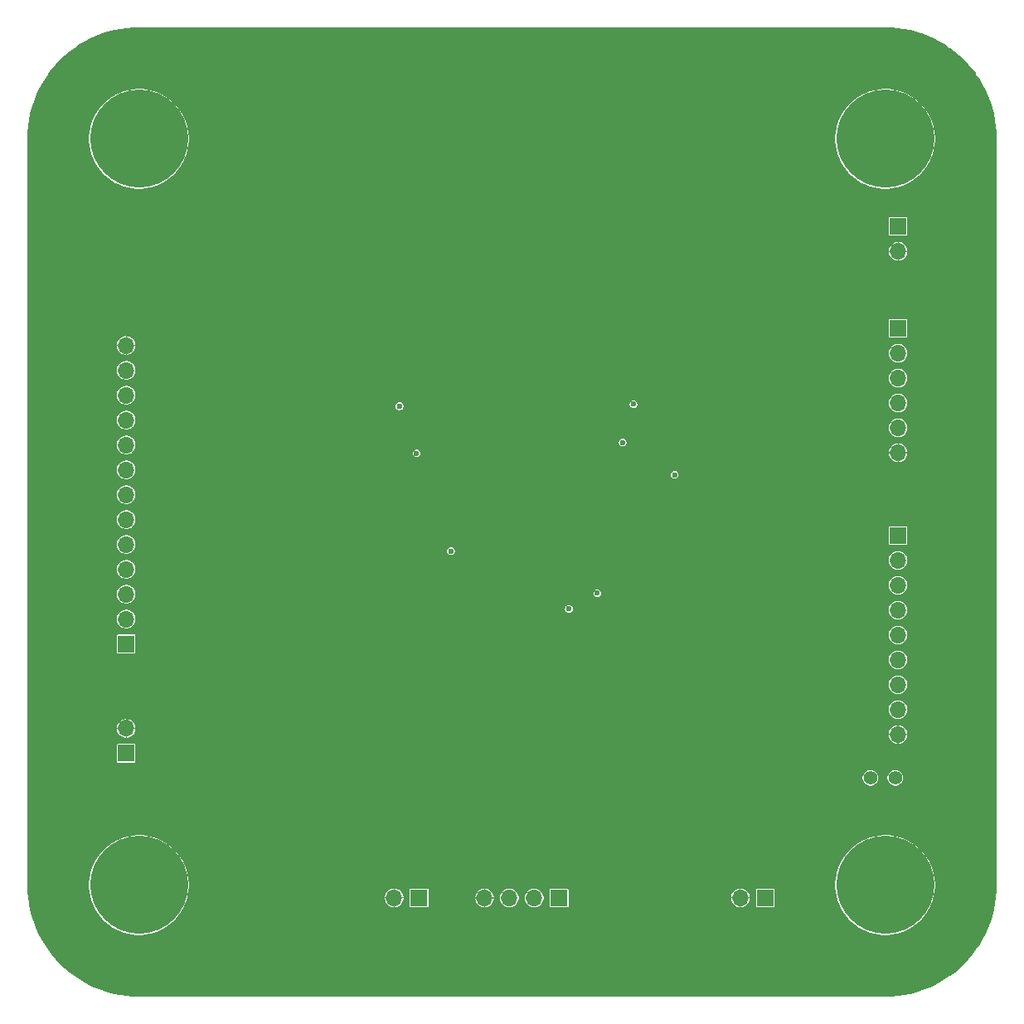
<source format=gbr>
%TF.GenerationSoftware,KiCad,Pcbnew,9.0.0-rc1*%
%TF.CreationDate,2025-01-08T18:27:09+01:00*%
%TF.ProjectId,HBST,48425354-2e6b-4696-9361-645f70636258,rev?*%
%TF.SameCoordinates,Original*%
%TF.FileFunction,Copper,L4,Bot*%
%TF.FilePolarity,Positive*%
%FSLAX46Y46*%
G04 Gerber Fmt 4.6, Leading zero omitted, Abs format (unit mm)*
G04 Created by KiCad (PCBNEW 9.0.0-rc1) date 2025-01-08 18:27:09*
%MOMM*%
%LPD*%
G01*
G04 APERTURE LIST*
%TA.AperFunction,ConnectorPad*%
%ADD10C,10.000000*%
%TD*%
%TA.AperFunction,ComponentPad*%
%ADD11C,5.400000*%
%TD*%
%TA.AperFunction,ComponentPad*%
%ADD12O,1.700000X1.700000*%
%TD*%
%TA.AperFunction,ComponentPad*%
%ADD13R,1.700000X1.700000*%
%TD*%
%TA.AperFunction,ComponentPad*%
%ADD14C,1.400000*%
%TD*%
%TA.AperFunction,ViaPad*%
%ADD15C,0.600000*%
%TD*%
G04 APERTURE END LIST*
D10*
%TO.P,H1,1*%
%TO.N,N/C*%
X111400000Y-61400000D03*
D11*
X111400000Y-61400000D03*
%TD*%
D10*
%TO.P,H2,1*%
%TO.N,N/C*%
X111400000Y-137600000D03*
D11*
X111400000Y-137600000D03*
%TD*%
D10*
%TO.P,H3,1*%
%TO.N,N/C*%
X187600000Y-137600000D03*
D11*
X187600000Y-137600000D03*
%TD*%
D10*
%TO.P,H4,1*%
%TO.N,N/C*%
X187600000Y-61400000D03*
D11*
X187600000Y-61400000D03*
%TD*%
D12*
%TO.P,J6,2,Pin_2*%
%TO.N,GND*%
X137460000Y-138900000D03*
D13*
%TO.P,J6,1,Pin_1*%
%TO.N,VDD*%
X140000000Y-138900000D03*
%TD*%
D12*
%TO.P,J3,4,Pin_4*%
%TO.N,GND*%
X146680000Y-138925000D03*
%TO.P,J3,3,Pin_3*%
%TO.N,/B_VDD*%
X149220000Y-138925000D03*
%TO.P,J3,2,Pin_2*%
%TO.N,/B_Vvar_sd*%
X151760000Y-138925000D03*
D13*
%TO.P,J3,1,Pin_1*%
%TO.N,/B_Vvar_b*%
X154300000Y-138925000D03*
%TD*%
D12*
%TO.P,J1,6,Pin_6*%
%TO.N,GND*%
X188925000Y-93450000D03*
%TO.P,J1,5,Pin_5*%
%TO.N,/H_Vvar2_b*%
X188925000Y-90910000D03*
%TO.P,J1,4,Pin_4*%
%TO.N,/H_Vvar2_sd*%
X188925000Y-88370000D03*
%TO.P,J1,3,Pin_3*%
%TO.N,/H_Vvar1_sd*%
X188925000Y-85830000D03*
%TO.P,J1,2,Pin_2*%
%TO.N,/H_Vvar1_b*%
X188925000Y-83290000D03*
D13*
%TO.P,J1,1,Pin_1*%
%TO.N,/H_AVDD*%
X188925000Y-80750000D03*
%TD*%
D12*
%TO.P,J7,2,Pin_2*%
%TO.N,GND*%
X188925000Y-72900000D03*
D13*
%TO.P,J7,1,Pin_1*%
%TO.N,VDD*%
X188925000Y-70360000D03*
%TD*%
D12*
%TO.P,J2,2,Pin_2*%
%TO.N,GND*%
X110100000Y-121600000D03*
D13*
%TO.P,J2,1,Pin_1*%
%TO.N,VDD*%
X110100000Y-124140000D03*
%TD*%
D12*
%TO.P,J8,2,Pin_2*%
%TO.N,GND*%
X172800000Y-138900000D03*
D13*
%TO.P,J8,1,Pin_1*%
%TO.N,VDD*%
X175340000Y-138900000D03*
%TD*%
D12*
%TO.P,J5,9,Pin_9*%
%TO.N,GND*%
X188900000Y-122220000D03*
%TO.P,J5,8,Pin_8*%
%TO.N,Net-(J5-Pin_8)*%
X188900000Y-119680000D03*
%TO.P,J5,7,Pin_7*%
%TO.N,/T_CK1*%
X188900000Y-117140000D03*
%TO.P,J5,6,Pin_6*%
%TO.N,/T_RST_N*%
X188900000Y-114600000D03*
%TO.P,J5,5,Pin_5*%
%TO.N,/T_CK2*%
X188900000Y-112060000D03*
%TO.P,J5,4,Pin_4*%
%TO.N,/T_EN_SHIFT*%
X188900000Y-109520000D03*
%TO.P,J5,3,Pin_3*%
%TO.N,/T_CK_SHIFT*%
X188900000Y-106980000D03*
%TO.P,J5,2,Pin_2*%
%TO.N,/T_SDOUT*%
X188900000Y-104440000D03*
D13*
%TO.P,J5,1,Pin_1*%
%TO.N,/T_SAMPLE*%
X188900000Y-101900000D03*
%TD*%
D14*
%TO.P,JP2,2,B*%
%TO.N,Net-(J5-Pin_8)*%
X188640000Y-126650000D03*
%TO.P,JP2,1,A*%
%TO.N,Net-(JP2-A)*%
X186100000Y-126650000D03*
%TD*%
D12*
%TO.P,J4,13,Pin_13*%
%TO.N,GND*%
X110100000Y-82500000D03*
%TO.P,J4,12,Pin_12*%
%TO.N,/S_DC2_Vvar2_b*%
X110100000Y-85040000D03*
%TO.P,J4,11,Pin_11*%
%TO.N,/S_DC2_Vvar2_sd*%
X110100000Y-87580000D03*
%TO.P,J4,10,Pin_10*%
%TO.N,/S_DC2_Vvar1_sd*%
X110100000Y-90120000D03*
%TO.P,J4,9,Pin_9*%
%TO.N,/S_DC2_Vvar1_b*%
X110100000Y-92660000D03*
%TO.P,J4,8,Pin_8*%
%TO.N,/S_HC_Vvar1_b*%
X110100000Y-95200000D03*
%TO.P,J4,7,Pin_7*%
%TO.N,/S_HC_Vvar1_sd*%
X110100000Y-97740000D03*
%TO.P,J4,6,Pin_6*%
%TO.N,/S_HC_Vvar2_sd*%
X110100000Y-100280000D03*
%TO.P,J4,5,Pin_5*%
%TO.N,/S_HC_Vvar2_b*%
X110100000Y-102820000D03*
%TO.P,J4,4,Pin_4*%
%TO.N,/S_DC1_Vvar1_b*%
X110100000Y-105360000D03*
%TO.P,J4,3,Pin_3*%
%TO.N,/S_DC1_Vvar1_sd*%
X110100000Y-107900000D03*
%TO.P,J4,2,Pin_2*%
%TO.N,/S_DC1_Vvar2_sd*%
X110100000Y-110440000D03*
D13*
%TO.P,J4,1,Pin_1*%
%TO.N,/S_DC1_Vvar2_b*%
X110100000Y-112980000D03*
%TD*%
D15*
%TO.N,GND*%
X149500000Y-99500000D03*
X149250000Y-105250000D03*
%TO.N,VDD*%
X143250000Y-103500000D03*
X139750000Y-93500000D03*
X166100000Y-95700000D03*
X155300000Y-109400000D03*
X160800000Y-92400000D03*
X138000000Y-88700000D03*
X158200000Y-107800000D03*
X161900000Y-88500000D03*
%TD*%
%TA.AperFunction,Conductor*%
%TO.N,GND*%
G36*
X187600677Y-50000519D02*
G01*
X188237812Y-50018395D01*
X188240529Y-50018548D01*
X188874992Y-50072064D01*
X188877683Y-50072367D01*
X189508157Y-50161375D01*
X189510828Y-50161829D01*
X190135275Y-50286040D01*
X190137937Y-50286647D01*
X190754462Y-50445681D01*
X190757092Y-50446439D01*
X191243141Y-50601357D01*
X191363711Y-50639786D01*
X191366303Y-50640693D01*
X191961135Y-50867752D01*
X191963632Y-50868786D01*
X192140050Y-50947728D01*
X192544797Y-51128841D01*
X192547273Y-51130033D01*
X193112934Y-51422261D01*
X193115334Y-51423588D01*
X193663724Y-51747073D01*
X193666031Y-51748522D01*
X194195424Y-52102253D01*
X194197639Y-52103823D01*
X194664051Y-52454834D01*
X194706385Y-52486694D01*
X194708533Y-52488408D01*
X195194977Y-52899173D01*
X195197007Y-52900987D01*
X195659674Y-53338400D01*
X195661608Y-53340334D01*
X196099003Y-53802982D01*
X196100835Y-53805032D01*
X196511591Y-54291466D01*
X196513305Y-54293614D01*
X196833469Y-54719038D01*
X196896166Y-54802347D01*
X196897756Y-54804589D01*
X197251470Y-55333958D01*
X197252932Y-55336285D01*
X197576408Y-55884659D01*
X197577738Y-55887065D01*
X197869966Y-56452726D01*
X197871158Y-56455202D01*
X198131204Y-57036346D01*
X198132256Y-57038886D01*
X198359305Y-57633694D01*
X198360213Y-57636288D01*
X198553558Y-58242901D01*
X198554319Y-58245542D01*
X198713350Y-58862053D01*
X198713961Y-58864733D01*
X198838166Y-59489152D01*
X198838627Y-59491861D01*
X198927629Y-60122296D01*
X198927937Y-60125028D01*
X198981450Y-60759456D01*
X198981604Y-60762200D01*
X198999481Y-61399322D01*
X198999500Y-61400696D01*
X198999500Y-137599303D01*
X198999481Y-137600677D01*
X198981604Y-138237799D01*
X198981450Y-138240543D01*
X198927937Y-138874971D01*
X198927629Y-138877703D01*
X198838627Y-139508138D01*
X198838166Y-139510847D01*
X198713961Y-140135266D01*
X198713350Y-140137946D01*
X198554319Y-140754457D01*
X198553558Y-140757098D01*
X198360213Y-141363711D01*
X198359305Y-141366305D01*
X198132256Y-141961113D01*
X198131204Y-141963653D01*
X197871158Y-142544797D01*
X197869966Y-142547273D01*
X197577738Y-143112934D01*
X197576408Y-143115340D01*
X197252932Y-143663714D01*
X197251470Y-143666041D01*
X196897756Y-144195410D01*
X196896166Y-144197652D01*
X196513305Y-144706385D01*
X196511591Y-144708533D01*
X196100835Y-145194967D01*
X196099003Y-145197017D01*
X195661608Y-145659665D01*
X195659665Y-145661608D01*
X195197017Y-146099003D01*
X195194967Y-146100835D01*
X194708533Y-146511591D01*
X194706385Y-146513305D01*
X194197652Y-146896166D01*
X194195410Y-146897756D01*
X193666041Y-147251470D01*
X193663714Y-147252932D01*
X193115340Y-147576408D01*
X193112934Y-147577738D01*
X192547273Y-147869966D01*
X192544797Y-147871158D01*
X191963653Y-148131204D01*
X191961113Y-148132256D01*
X191366305Y-148359305D01*
X191363711Y-148360213D01*
X190757098Y-148553558D01*
X190754457Y-148554319D01*
X190137946Y-148713350D01*
X190135266Y-148713961D01*
X189510847Y-148838166D01*
X189508138Y-148838627D01*
X188877703Y-148927629D01*
X188874971Y-148927937D01*
X188240543Y-148981450D01*
X188237799Y-148981604D01*
X187600677Y-148999481D01*
X187599303Y-148999500D01*
X111400697Y-148999500D01*
X111399323Y-148999481D01*
X110762200Y-148981604D01*
X110759456Y-148981450D01*
X110125028Y-148927937D01*
X110122296Y-148927629D01*
X109491861Y-148838627D01*
X109489152Y-148838166D01*
X108864733Y-148713961D01*
X108862053Y-148713350D01*
X108245542Y-148554319D01*
X108242901Y-148553558D01*
X107636288Y-148360213D01*
X107633694Y-148359305D01*
X107038886Y-148132256D01*
X107036346Y-148131204D01*
X106455202Y-147871158D01*
X106452726Y-147869966D01*
X105887065Y-147577738D01*
X105884659Y-147576408D01*
X105336285Y-147252932D01*
X105333958Y-147251470D01*
X104804589Y-146897756D01*
X104802347Y-146896166D01*
X104293614Y-146513305D01*
X104291466Y-146511591D01*
X103805032Y-146100835D01*
X103802982Y-146099003D01*
X103340325Y-145661599D01*
X103338400Y-145659674D01*
X102900987Y-145197007D01*
X102899173Y-145194977D01*
X102488408Y-144708533D01*
X102486694Y-144706385D01*
X102454834Y-144664051D01*
X102103823Y-144197639D01*
X102102253Y-144195424D01*
X101748522Y-143666031D01*
X101747067Y-143663714D01*
X101423591Y-143115340D01*
X101422261Y-143112934D01*
X101130033Y-142547273D01*
X101128841Y-142544797D01*
X101026791Y-142316738D01*
X100868786Y-141963632D01*
X100867752Y-141961135D01*
X100640693Y-141366303D01*
X100639786Y-141363711D01*
X100446441Y-140757098D01*
X100445680Y-140754457D01*
X100286647Y-140137937D01*
X100286038Y-140135266D01*
X100161829Y-139510828D01*
X100161375Y-139508157D01*
X100072367Y-138877683D01*
X100072064Y-138874992D01*
X100018548Y-138240529D01*
X100018395Y-138237799D01*
X100016961Y-138186698D01*
X100000519Y-137600677D01*
X100000500Y-137599303D01*
X100000500Y-137377307D01*
X106299500Y-137377307D01*
X106299500Y-137822692D01*
X106338318Y-138266384D01*
X106415658Y-138705005D01*
X106415659Y-138705010D01*
X106530930Y-139135204D01*
X106683261Y-139553732D01*
X106683267Y-139553746D01*
X106871493Y-139957396D01*
X107094180Y-140343102D01*
X107094186Y-140343111D01*
X107349640Y-140707939D01*
X107349644Y-140707944D01*
X107516561Y-140906867D01*
X107635935Y-141049131D01*
X107950869Y-141364065D01*
X107953539Y-141366305D01*
X108292055Y-141650355D01*
X108292060Y-141650359D01*
X108656888Y-141905813D01*
X108656897Y-141905819D01*
X108757069Y-141963653D01*
X109042608Y-142128509D01*
X109446264Y-142316737D01*
X109864789Y-142469067D01*
X109864790Y-142469067D01*
X109864795Y-142469069D01*
X110294989Y-142584340D01*
X110294995Y-142584341D01*
X110294998Y-142584342D01*
X110733617Y-142661682D01*
X111177307Y-142700500D01*
X111177311Y-142700500D01*
X111622689Y-142700500D01*
X111622693Y-142700500D01*
X112066383Y-142661682D01*
X112505002Y-142584342D01*
X112505007Y-142584340D01*
X112505010Y-142584340D01*
X112935204Y-142469069D01*
X112935205Y-142469068D01*
X112935211Y-142469067D01*
X113353736Y-142316737D01*
X113757392Y-142128509D01*
X114143107Y-141905816D01*
X114507946Y-141650354D01*
X114849131Y-141364065D01*
X115164065Y-141049131D01*
X115450354Y-140707946D01*
X115705816Y-140343107D01*
X115928509Y-139957392D01*
X116116737Y-139553736D01*
X116269067Y-139135211D01*
X116273681Y-139117993D01*
X116327532Y-138917022D01*
X116357166Y-138806427D01*
X136510000Y-138806427D01*
X136510000Y-138850000D01*
X136960000Y-138850000D01*
X136960000Y-138950000D01*
X136510000Y-138950000D01*
X136510000Y-138993572D01*
X136546505Y-139177093D01*
X136546510Y-139177112D01*
X136618119Y-139349990D01*
X136722086Y-139505589D01*
X136854410Y-139637913D01*
X137010009Y-139741880D01*
X137182887Y-139813489D01*
X137182906Y-139813494D01*
X137366427Y-139849999D01*
X137366434Y-139850000D01*
X137410000Y-139850000D01*
X137410000Y-139400000D01*
X137510000Y-139400000D01*
X137510000Y-139850000D01*
X137553566Y-139850000D01*
X137553572Y-139849999D01*
X137737093Y-139813494D01*
X137737112Y-139813489D01*
X137909990Y-139741880D01*
X138065589Y-139637913D01*
X138197913Y-139505589D01*
X138301880Y-139349990D01*
X138373489Y-139177112D01*
X138373494Y-139177093D01*
X138409999Y-138993572D01*
X138410000Y-138993565D01*
X138410000Y-138950000D01*
X137960000Y-138950000D01*
X137960000Y-138850000D01*
X138410000Y-138850000D01*
X138410000Y-138806434D01*
X138409999Y-138806427D01*
X138373494Y-138622906D01*
X138373489Y-138622887D01*
X138301880Y-138450009D01*
X138197913Y-138294410D01*
X138065589Y-138162086D01*
X137940397Y-138078436D01*
X137909990Y-138058119D01*
X137866477Y-138040095D01*
X139049500Y-138040095D01*
X139049500Y-139759894D01*
X139049501Y-139759898D01*
X139055331Y-139789213D01*
X139055331Y-139789214D01*
X139055332Y-139789215D01*
X139055332Y-139789216D01*
X139077542Y-139822456D01*
X139077543Y-139822457D01*
X139110787Y-139844669D01*
X139140101Y-139850500D01*
X140859898Y-139850499D01*
X140889213Y-139844669D01*
X140922457Y-139822457D01*
X140944669Y-139789213D01*
X140950500Y-139759899D01*
X140950499Y-138831427D01*
X145730000Y-138831427D01*
X145730000Y-138875000D01*
X146180000Y-138875000D01*
X146180000Y-138975000D01*
X145730000Y-138975000D01*
X145730000Y-139018572D01*
X145766505Y-139202093D01*
X145766510Y-139202112D01*
X145838119Y-139374990D01*
X145942086Y-139530589D01*
X146074410Y-139662913D01*
X146230009Y-139766880D01*
X146402887Y-139838489D01*
X146402906Y-139838494D01*
X146586427Y-139874999D01*
X146586434Y-139875000D01*
X146630000Y-139875000D01*
X146630000Y-139425000D01*
X146730000Y-139425000D01*
X146730000Y-139875000D01*
X146773566Y-139875000D01*
X146773572Y-139874999D01*
X146957093Y-139838494D01*
X146957112Y-139838489D01*
X147129990Y-139766880D01*
X147285589Y-139662913D01*
X147417913Y-139530589D01*
X147521880Y-139374990D01*
X147593489Y-139202112D01*
X147593494Y-139202093D01*
X147629999Y-139018572D01*
X147630000Y-139018565D01*
X147630000Y-138975000D01*
X147180000Y-138975000D01*
X147180000Y-138875000D01*
X147630000Y-138875000D01*
X147630000Y-138831433D01*
X147629999Y-138831428D01*
X147629990Y-138831384D01*
X148269500Y-138831384D01*
X148269500Y-139018616D01*
X148289267Y-139117993D01*
X148306026Y-139202248D01*
X148306029Y-139202258D01*
X148377675Y-139375225D01*
X148377676Y-139375227D01*
X148377678Y-139375231D01*
X148410933Y-139425000D01*
X148466483Y-139508138D01*
X148481698Y-139530908D01*
X148614092Y-139663302D01*
X148769769Y-139767322D01*
X148769774Y-139767324D01*
X148942741Y-139838970D01*
X148942743Y-139838970D01*
X148942749Y-139838973D01*
X149126384Y-139875500D01*
X149126387Y-139875500D01*
X149313613Y-139875500D01*
X149313616Y-139875500D01*
X149497251Y-139838973D01*
X149670231Y-139767322D01*
X149825908Y-139663302D01*
X149958302Y-139530908D01*
X150062322Y-139375231D01*
X150133973Y-139202251D01*
X150170500Y-139018616D01*
X150170500Y-138831384D01*
X150809500Y-138831384D01*
X150809500Y-139018616D01*
X150829267Y-139117993D01*
X150846026Y-139202248D01*
X150846029Y-139202258D01*
X150917675Y-139375225D01*
X150917676Y-139375227D01*
X150917678Y-139375231D01*
X150950933Y-139425000D01*
X151006483Y-139508138D01*
X151021698Y-139530908D01*
X151154092Y-139663302D01*
X151309769Y-139767322D01*
X151309774Y-139767324D01*
X151482741Y-139838970D01*
X151482743Y-139838970D01*
X151482749Y-139838973D01*
X151666384Y-139875500D01*
X151666387Y-139875500D01*
X151853613Y-139875500D01*
X151853616Y-139875500D01*
X152037251Y-139838973D01*
X152210231Y-139767322D01*
X152365908Y-139663302D01*
X152498302Y-139530908D01*
X152602322Y-139375231D01*
X152673973Y-139202251D01*
X152710500Y-139018616D01*
X152710500Y-138831384D01*
X152673973Y-138647749D01*
X152602322Y-138474769D01*
X152498302Y-138319092D01*
X152365908Y-138186698D01*
X152210231Y-138082678D01*
X152210227Y-138082676D01*
X152210225Y-138082675D01*
X152167784Y-138065095D01*
X153349500Y-138065095D01*
X153349500Y-139784894D01*
X153349501Y-139784898D01*
X153355331Y-139814213D01*
X153355331Y-139814214D01*
X153355332Y-139814215D01*
X153355332Y-139814216D01*
X153375680Y-139844669D01*
X153377543Y-139847457D01*
X153410787Y-139869669D01*
X153440101Y-139875500D01*
X155159898Y-139875499D01*
X155189213Y-139869669D01*
X155222457Y-139847457D01*
X155244669Y-139814213D01*
X155250500Y-139784899D01*
X155250499Y-138806427D01*
X171850000Y-138806427D01*
X171850000Y-138850000D01*
X172300000Y-138850000D01*
X172300000Y-138950000D01*
X171850000Y-138950000D01*
X171850000Y-138993572D01*
X171886505Y-139177093D01*
X171886510Y-139177112D01*
X171958119Y-139349990D01*
X172062086Y-139505589D01*
X172194410Y-139637913D01*
X172350009Y-139741880D01*
X172522887Y-139813489D01*
X172522906Y-139813494D01*
X172706427Y-139849999D01*
X172706434Y-139850000D01*
X172750000Y-139850000D01*
X172750000Y-139400000D01*
X172850000Y-139400000D01*
X172850000Y-139850000D01*
X172893566Y-139850000D01*
X172893572Y-139849999D01*
X173077093Y-139813494D01*
X173077112Y-139813489D01*
X173249990Y-139741880D01*
X173405589Y-139637913D01*
X173537913Y-139505589D01*
X173641880Y-139349990D01*
X173713489Y-139177112D01*
X173713494Y-139177093D01*
X173749999Y-138993572D01*
X173750000Y-138993565D01*
X173750000Y-138950000D01*
X173300000Y-138950000D01*
X173300000Y-138850000D01*
X173750000Y-138850000D01*
X173750000Y-138806434D01*
X173749999Y-138806427D01*
X173713494Y-138622906D01*
X173713489Y-138622887D01*
X173641880Y-138450009D01*
X173537913Y-138294410D01*
X173405589Y-138162086D01*
X173280397Y-138078436D01*
X173249990Y-138058119D01*
X173206477Y-138040095D01*
X174389500Y-138040095D01*
X174389500Y-139759894D01*
X174389501Y-139759898D01*
X174395331Y-139789213D01*
X174395331Y-139789214D01*
X174395332Y-139789215D01*
X174395332Y-139789216D01*
X174417542Y-139822456D01*
X174417543Y-139822457D01*
X174450787Y-139844669D01*
X174480101Y-139850500D01*
X176199898Y-139850499D01*
X176229213Y-139844669D01*
X176262457Y-139822457D01*
X176284669Y-139789213D01*
X176290500Y-139759899D01*
X176290499Y-138040102D01*
X176284669Y-138010787D01*
X176284667Y-138010784D01*
X176284667Y-138010783D01*
X176262457Y-137977543D01*
X176229212Y-137955330D01*
X176199901Y-137949500D01*
X174480105Y-137949500D01*
X174480104Y-137949500D01*
X174480102Y-137949501D01*
X174450787Y-137955331D01*
X174450786Y-137955331D01*
X174450784Y-137955332D01*
X174450783Y-137955332D01*
X174417543Y-137977542D01*
X174395330Y-138010786D01*
X174395330Y-138010787D01*
X174389500Y-138040095D01*
X173206477Y-138040095D01*
X173077112Y-137986510D01*
X173077093Y-137986505D01*
X172893572Y-137950000D01*
X172850000Y-137950000D01*
X172850000Y-138400000D01*
X172750000Y-138400000D01*
X172750000Y-137950000D01*
X172706427Y-137950000D01*
X172522906Y-137986505D01*
X172522887Y-137986510D01*
X172350009Y-138058119D01*
X172194410Y-138162086D01*
X172062086Y-138294410D01*
X171958119Y-138450009D01*
X171886510Y-138622887D01*
X171886505Y-138622906D01*
X171850000Y-138806427D01*
X155250499Y-138806427D01*
X155250499Y-138065102D01*
X155244669Y-138035787D01*
X155244667Y-138035784D01*
X155244667Y-138035783D01*
X155222457Y-138002543D01*
X155189212Y-137980330D01*
X155159901Y-137974500D01*
X153440105Y-137974500D01*
X153440104Y-137974500D01*
X153440102Y-137974501D01*
X153410787Y-137980331D01*
X153410786Y-137980331D01*
X153410784Y-137980332D01*
X153410783Y-137980332D01*
X153377543Y-138002542D01*
X153355330Y-138035786D01*
X153355330Y-138035787D01*
X153349500Y-138065095D01*
X152167784Y-138065095D01*
X152037258Y-138011029D01*
X152037248Y-138011026D01*
X151963194Y-137996296D01*
X151853616Y-137974500D01*
X151666384Y-137974500D01*
X151574986Y-137992680D01*
X151482751Y-138011026D01*
X151482741Y-138011029D01*
X151309774Y-138082675D01*
X151309770Y-138082677D01*
X151309769Y-138082678D01*
X151270195Y-138109120D01*
X151154092Y-138186697D01*
X151021697Y-138319092D01*
X150944869Y-138434075D01*
X150928165Y-138459075D01*
X150917675Y-138474774D01*
X150846029Y-138647741D01*
X150846026Y-138647751D01*
X150834639Y-138705002D01*
X150809500Y-138831384D01*
X150170500Y-138831384D01*
X150133973Y-138647749D01*
X150062322Y-138474769D01*
X149958302Y-138319092D01*
X149825908Y-138186698D01*
X149670231Y-138082678D01*
X149670227Y-138082676D01*
X149670225Y-138082675D01*
X149497258Y-138011029D01*
X149497248Y-138011026D01*
X149423194Y-137996296D01*
X149313616Y-137974500D01*
X149126384Y-137974500D01*
X149034986Y-137992680D01*
X148942751Y-138011026D01*
X148942741Y-138011029D01*
X148769774Y-138082675D01*
X148769770Y-138082677D01*
X148769769Y-138082678D01*
X148730195Y-138109120D01*
X148614092Y-138186697D01*
X148481697Y-138319092D01*
X148404869Y-138434075D01*
X148388165Y-138459075D01*
X148377675Y-138474774D01*
X148306029Y-138647741D01*
X148306026Y-138647751D01*
X148294639Y-138705002D01*
X148269500Y-138831384D01*
X147629990Y-138831384D01*
X147593494Y-138647906D01*
X147593489Y-138647887D01*
X147521880Y-138475009D01*
X147417913Y-138319410D01*
X147285589Y-138187086D01*
X147129990Y-138083119D01*
X146957112Y-138011510D01*
X146957093Y-138011505D01*
X146773572Y-137975000D01*
X146730000Y-137975000D01*
X146730000Y-138425000D01*
X146630000Y-138425000D01*
X146630000Y-137975000D01*
X146586427Y-137975000D01*
X146402906Y-138011505D01*
X146402887Y-138011510D01*
X146230009Y-138083119D01*
X146074410Y-138187086D01*
X145942086Y-138319410D01*
X145838119Y-138475009D01*
X145766510Y-138647887D01*
X145766505Y-138647906D01*
X145730000Y-138831427D01*
X140950499Y-138831427D01*
X140950499Y-138040102D01*
X140944669Y-138010787D01*
X140944667Y-138010784D01*
X140944667Y-138010783D01*
X140922457Y-137977543D01*
X140889212Y-137955330D01*
X140859901Y-137949500D01*
X139140105Y-137949500D01*
X139140104Y-137949500D01*
X139140102Y-137949501D01*
X139110787Y-137955331D01*
X139110786Y-137955331D01*
X139110784Y-137955332D01*
X139110783Y-137955332D01*
X139077543Y-137977542D01*
X139055330Y-138010786D01*
X139055330Y-138010787D01*
X139049500Y-138040095D01*
X137866477Y-138040095D01*
X137737112Y-137986510D01*
X137737093Y-137986505D01*
X137553572Y-137950000D01*
X137510000Y-137950000D01*
X137510000Y-138400000D01*
X137410000Y-138400000D01*
X137410000Y-137950000D01*
X137366427Y-137950000D01*
X137182906Y-137986505D01*
X137182887Y-137986510D01*
X137010009Y-138058119D01*
X136854410Y-138162086D01*
X136722086Y-138294410D01*
X136618119Y-138450009D01*
X136546510Y-138622887D01*
X136546505Y-138622906D01*
X136510000Y-138806427D01*
X116357166Y-138806427D01*
X116361207Y-138791344D01*
X116384340Y-138705010D01*
X116384341Y-138705005D01*
X116384342Y-138705002D01*
X116461682Y-138266383D01*
X116500500Y-137822693D01*
X116500500Y-137377307D01*
X182499500Y-137377307D01*
X182499500Y-137822692D01*
X182538318Y-138266384D01*
X182615658Y-138705005D01*
X182615659Y-138705010D01*
X182730930Y-139135204D01*
X182883261Y-139553732D01*
X182883267Y-139553746D01*
X183071493Y-139957396D01*
X183294180Y-140343102D01*
X183294186Y-140343111D01*
X183549640Y-140707939D01*
X183549644Y-140707944D01*
X183716561Y-140906867D01*
X183835935Y-141049131D01*
X184150869Y-141364065D01*
X184153539Y-141366305D01*
X184492055Y-141650355D01*
X184492060Y-141650359D01*
X184856888Y-141905813D01*
X184856897Y-141905819D01*
X184957069Y-141963653D01*
X185242608Y-142128509D01*
X185646264Y-142316737D01*
X186064789Y-142469067D01*
X186064790Y-142469067D01*
X186064795Y-142469069D01*
X186494989Y-142584340D01*
X186494995Y-142584341D01*
X186494998Y-142584342D01*
X186933617Y-142661682D01*
X187377307Y-142700500D01*
X187377311Y-142700500D01*
X187822689Y-142700500D01*
X187822693Y-142700500D01*
X188266383Y-142661682D01*
X188705002Y-142584342D01*
X188705007Y-142584340D01*
X188705010Y-142584340D01*
X189135204Y-142469069D01*
X189135205Y-142469068D01*
X189135211Y-142469067D01*
X189553736Y-142316737D01*
X189957392Y-142128509D01*
X190343107Y-141905816D01*
X190707946Y-141650354D01*
X191049131Y-141364065D01*
X191364065Y-141049131D01*
X191650354Y-140707946D01*
X191905816Y-140343107D01*
X192128509Y-139957392D01*
X192316737Y-139553736D01*
X192469067Y-139135211D01*
X192500321Y-139018572D01*
X192584340Y-138705010D01*
X192584341Y-138705005D01*
X192584342Y-138705002D01*
X192661682Y-138266383D01*
X192700500Y-137822693D01*
X192700500Y-137377307D01*
X192661682Y-136933617D01*
X192584342Y-136494998D01*
X192469067Y-136064789D01*
X192316737Y-135646264D01*
X192128509Y-135242608D01*
X192097134Y-135188265D01*
X191905819Y-134856897D01*
X191905813Y-134856888D01*
X191650359Y-134492060D01*
X191650355Y-134492055D01*
X191364073Y-134150879D01*
X191364065Y-134150869D01*
X191049131Y-133835935D01*
X190707946Y-133549646D01*
X190707944Y-133549644D01*
X190707939Y-133549640D01*
X190343111Y-133294186D01*
X190343102Y-133294180D01*
X189957396Y-133071493D01*
X189553746Y-132883267D01*
X189553732Y-132883261D01*
X189135204Y-132730930D01*
X188705010Y-132615659D01*
X188705005Y-132615658D01*
X188266384Y-132538318D01*
X188044538Y-132518909D01*
X187822693Y-132499500D01*
X187377307Y-132499500D01*
X186933615Y-132538318D01*
X186494994Y-132615658D01*
X186494989Y-132615659D01*
X186064795Y-132730930D01*
X185646267Y-132883261D01*
X185646253Y-132883267D01*
X185242603Y-133071493D01*
X184856897Y-133294180D01*
X184856888Y-133294186D01*
X184492060Y-133549640D01*
X184492055Y-133549644D01*
X184150879Y-133835926D01*
X184150861Y-133835942D01*
X183835942Y-134150861D01*
X183835926Y-134150879D01*
X183549644Y-134492055D01*
X183549640Y-134492060D01*
X183294186Y-134856888D01*
X183294180Y-134856897D01*
X183071493Y-135242603D01*
X182883267Y-135646253D01*
X182883261Y-135646267D01*
X182730930Y-136064795D01*
X182615659Y-136494989D01*
X182615658Y-136494994D01*
X182538318Y-136933615D01*
X182499500Y-137377307D01*
X116500500Y-137377307D01*
X116461682Y-136933617D01*
X116384342Y-136494998D01*
X116269067Y-136064789D01*
X116116737Y-135646264D01*
X115928509Y-135242608D01*
X115897134Y-135188265D01*
X115705819Y-134856897D01*
X115705813Y-134856888D01*
X115450359Y-134492060D01*
X115450355Y-134492055D01*
X115164073Y-134150879D01*
X115164065Y-134150869D01*
X114849131Y-133835935D01*
X114507946Y-133549646D01*
X114507944Y-133549644D01*
X114507939Y-133549640D01*
X114143111Y-133294186D01*
X114143102Y-133294180D01*
X113757396Y-133071493D01*
X113353746Y-132883267D01*
X113353732Y-132883261D01*
X112935204Y-132730930D01*
X112505010Y-132615659D01*
X112505005Y-132615658D01*
X112066384Y-132538318D01*
X111844538Y-132518909D01*
X111622693Y-132499500D01*
X111177307Y-132499500D01*
X110733615Y-132538318D01*
X110294994Y-132615658D01*
X110294989Y-132615659D01*
X109864795Y-132730930D01*
X109446267Y-132883261D01*
X109446253Y-132883267D01*
X109042603Y-133071493D01*
X108656897Y-133294180D01*
X108656888Y-133294186D01*
X108292060Y-133549640D01*
X108292055Y-133549644D01*
X107950879Y-133835926D01*
X107950861Y-133835942D01*
X107635942Y-134150861D01*
X107635926Y-134150879D01*
X107349644Y-134492055D01*
X107349640Y-134492060D01*
X107094186Y-134856888D01*
X107094180Y-134856897D01*
X106871493Y-135242603D01*
X106683267Y-135646253D01*
X106683261Y-135646267D01*
X106530930Y-136064795D01*
X106415659Y-136494989D01*
X106415658Y-136494994D01*
X106338318Y-136933615D01*
X106299500Y-137377307D01*
X100000500Y-137377307D01*
X100000500Y-126571152D01*
X185299500Y-126571152D01*
X185299500Y-126728847D01*
X185330260Y-126883487D01*
X185330263Y-126883497D01*
X185390606Y-127029179D01*
X185478211Y-127160289D01*
X185589711Y-127271789D01*
X185720821Y-127359394D01*
X185866503Y-127419737D01*
X185866509Y-127419738D01*
X185866512Y-127419739D01*
X186021152Y-127450499D01*
X186021158Y-127450500D01*
X186178842Y-127450500D01*
X186333497Y-127419737D01*
X186479179Y-127359394D01*
X186610289Y-127271789D01*
X186721789Y-127160289D01*
X186809394Y-127029179D01*
X186869737Y-126883497D01*
X186900500Y-126728842D01*
X186900500Y-126571158D01*
X186900499Y-126571152D01*
X187839500Y-126571152D01*
X187839500Y-126728847D01*
X187870260Y-126883487D01*
X187870263Y-126883497D01*
X187930606Y-127029179D01*
X188018211Y-127160289D01*
X188129711Y-127271789D01*
X188260821Y-127359394D01*
X188406503Y-127419737D01*
X188406509Y-127419738D01*
X188406512Y-127419739D01*
X188561152Y-127450499D01*
X188561158Y-127450500D01*
X188718842Y-127450500D01*
X188873497Y-127419737D01*
X189019179Y-127359394D01*
X189150289Y-127271789D01*
X189261789Y-127160289D01*
X189349394Y-127029179D01*
X189409737Y-126883497D01*
X189440500Y-126728842D01*
X189440500Y-126571158D01*
X189409737Y-126416503D01*
X189349394Y-126270821D01*
X189261789Y-126139711D01*
X189150289Y-126028211D01*
X189019179Y-125940606D01*
X189019176Y-125940604D01*
X189019175Y-125940604D01*
X188873498Y-125880263D01*
X188873487Y-125880260D01*
X188718847Y-125849500D01*
X188718842Y-125849500D01*
X188561158Y-125849500D01*
X188561152Y-125849500D01*
X188406512Y-125880260D01*
X188406501Y-125880263D01*
X188260824Y-125940604D01*
X188129711Y-126028210D01*
X188018210Y-126139711D01*
X187930604Y-126270824D01*
X187870263Y-126416501D01*
X187870260Y-126416512D01*
X187839500Y-126571152D01*
X186900499Y-126571152D01*
X186869737Y-126416503D01*
X186809394Y-126270821D01*
X186721789Y-126139711D01*
X186610289Y-126028211D01*
X186479179Y-125940606D01*
X186479176Y-125940604D01*
X186479175Y-125940604D01*
X186333498Y-125880263D01*
X186333487Y-125880260D01*
X186178847Y-125849500D01*
X186178842Y-125849500D01*
X186021158Y-125849500D01*
X186021152Y-125849500D01*
X185866512Y-125880260D01*
X185866501Y-125880263D01*
X185720824Y-125940604D01*
X185589711Y-126028210D01*
X185478210Y-126139711D01*
X185390604Y-126270824D01*
X185330263Y-126416501D01*
X185330260Y-126416512D01*
X185299500Y-126571152D01*
X100000500Y-126571152D01*
X100000500Y-123280095D01*
X109149500Y-123280095D01*
X109149500Y-124999894D01*
X109149501Y-124999898D01*
X109155331Y-125029213D01*
X109155331Y-125029214D01*
X109155332Y-125029215D01*
X109155332Y-125029216D01*
X109177542Y-125062456D01*
X109177543Y-125062457D01*
X109210787Y-125084669D01*
X109240101Y-125090500D01*
X110959898Y-125090499D01*
X110989213Y-125084669D01*
X111022457Y-125062457D01*
X111044669Y-125029213D01*
X111050500Y-124999899D01*
X111050499Y-123280102D01*
X111044669Y-123250787D01*
X111044667Y-123250784D01*
X111044667Y-123250783D01*
X111022457Y-123217543D01*
X110989212Y-123195330D01*
X110959901Y-123189500D01*
X109240105Y-123189500D01*
X109240104Y-123189500D01*
X109240102Y-123189501D01*
X109210787Y-123195331D01*
X109210786Y-123195331D01*
X109210784Y-123195332D01*
X109210783Y-123195332D01*
X109177543Y-123217542D01*
X109155330Y-123250786D01*
X109155330Y-123250787D01*
X109149500Y-123280095D01*
X100000500Y-123280095D01*
X100000500Y-121506427D01*
X109150000Y-121506427D01*
X109150000Y-121550000D01*
X109600000Y-121550000D01*
X109600000Y-121650000D01*
X109150000Y-121650000D01*
X109150000Y-121693572D01*
X109186505Y-121877093D01*
X109186510Y-121877112D01*
X109258119Y-122049990D01*
X109362086Y-122205589D01*
X109494410Y-122337913D01*
X109650009Y-122441880D01*
X109822887Y-122513489D01*
X109822906Y-122513494D01*
X110006427Y-122549999D01*
X110006434Y-122550000D01*
X110050000Y-122550000D01*
X110050000Y-122100000D01*
X110150000Y-122100000D01*
X110150000Y-122550000D01*
X110193566Y-122550000D01*
X110193572Y-122549999D01*
X110377093Y-122513494D01*
X110377112Y-122513489D01*
X110549990Y-122441880D01*
X110705589Y-122337913D01*
X110828447Y-122215056D01*
X110837913Y-122205589D01*
X110890808Y-122126427D01*
X187950000Y-122126427D01*
X187950000Y-122170000D01*
X188400000Y-122170000D01*
X188400000Y-122270000D01*
X187950000Y-122270000D01*
X187950000Y-122313572D01*
X187986505Y-122497093D01*
X187986510Y-122497112D01*
X188058119Y-122669990D01*
X188162086Y-122825589D01*
X188294410Y-122957913D01*
X188450009Y-123061880D01*
X188622887Y-123133489D01*
X188622906Y-123133494D01*
X188806427Y-123169999D01*
X188806434Y-123170000D01*
X188850000Y-123170000D01*
X188850000Y-122720000D01*
X188950000Y-122720000D01*
X188950000Y-123170000D01*
X188993566Y-123170000D01*
X188993572Y-123169999D01*
X189177093Y-123133494D01*
X189177112Y-123133489D01*
X189349990Y-123061880D01*
X189505589Y-122957913D01*
X189637913Y-122825589D01*
X189741880Y-122669990D01*
X189813489Y-122497112D01*
X189813494Y-122497093D01*
X189849999Y-122313572D01*
X189850000Y-122313565D01*
X189850000Y-122270000D01*
X189400000Y-122270000D01*
X189400000Y-122170000D01*
X189850000Y-122170000D01*
X189850000Y-122126434D01*
X189849999Y-122126427D01*
X189813494Y-121942906D01*
X189813489Y-121942887D01*
X189741880Y-121770009D01*
X189637913Y-121614410D01*
X189505589Y-121482086D01*
X189349990Y-121378119D01*
X189177112Y-121306510D01*
X189177093Y-121306505D01*
X188993572Y-121270000D01*
X188950000Y-121270000D01*
X188950000Y-121720000D01*
X188850000Y-121720000D01*
X188850000Y-121270000D01*
X188806427Y-121270000D01*
X188622906Y-121306505D01*
X188622887Y-121306510D01*
X188450009Y-121378119D01*
X188294410Y-121482086D01*
X188162086Y-121614410D01*
X188058119Y-121770009D01*
X187986510Y-121942887D01*
X187986505Y-121942906D01*
X187950000Y-122126427D01*
X110890808Y-122126427D01*
X110910602Y-122096803D01*
X110941880Y-122049990D01*
X111013489Y-121877112D01*
X111013494Y-121877093D01*
X111049999Y-121693572D01*
X111050000Y-121693565D01*
X111050000Y-121650000D01*
X110600000Y-121650000D01*
X110600000Y-121550000D01*
X111050000Y-121550000D01*
X111050000Y-121506434D01*
X111049999Y-121506427D01*
X111013494Y-121322906D01*
X111013489Y-121322887D01*
X110941880Y-121150009D01*
X110837913Y-120994410D01*
X110705589Y-120862086D01*
X110549990Y-120758119D01*
X110377112Y-120686510D01*
X110377093Y-120686505D01*
X110193572Y-120650000D01*
X110150000Y-120650000D01*
X110150000Y-121100000D01*
X110050000Y-121100000D01*
X110050000Y-120650000D01*
X110006427Y-120650000D01*
X109822906Y-120686505D01*
X109822887Y-120686510D01*
X109650009Y-120758119D01*
X109494410Y-120862086D01*
X109362086Y-120994410D01*
X109258119Y-121150009D01*
X109186510Y-121322887D01*
X109186505Y-121322906D01*
X109150000Y-121506427D01*
X100000500Y-121506427D01*
X100000500Y-119586384D01*
X187949500Y-119586384D01*
X187949500Y-119773616D01*
X187973740Y-119895479D01*
X187986026Y-119957248D01*
X187986029Y-119957258D01*
X188057675Y-120130225D01*
X188057676Y-120130227D01*
X188057678Y-120130231D01*
X188161698Y-120285908D01*
X188294092Y-120418302D01*
X188449769Y-120522322D01*
X188449774Y-120522324D01*
X188622741Y-120593970D01*
X188622743Y-120593970D01*
X188622749Y-120593973D01*
X188806384Y-120630500D01*
X188806387Y-120630500D01*
X188993613Y-120630500D01*
X188993616Y-120630500D01*
X189177251Y-120593973D01*
X189350231Y-120522322D01*
X189505908Y-120418302D01*
X189638302Y-120285908D01*
X189742322Y-120130231D01*
X189813973Y-119957251D01*
X189850500Y-119773616D01*
X189850500Y-119586384D01*
X189813973Y-119402749D01*
X189742322Y-119229769D01*
X189638302Y-119074092D01*
X189505908Y-118941698D01*
X189350231Y-118837678D01*
X189350227Y-118837676D01*
X189350225Y-118837675D01*
X189177258Y-118766029D01*
X189177248Y-118766026D01*
X189103194Y-118751296D01*
X188993616Y-118729500D01*
X188806384Y-118729500D01*
X188714986Y-118747680D01*
X188622751Y-118766026D01*
X188622741Y-118766029D01*
X188449774Y-118837675D01*
X188449770Y-118837677D01*
X188449769Y-118837678D01*
X188410195Y-118864120D01*
X188294092Y-118941697D01*
X188161697Y-119074092D01*
X188057675Y-119229774D01*
X187986029Y-119402741D01*
X187986026Y-119402751D01*
X187967680Y-119494986D01*
X187949500Y-119586384D01*
X100000500Y-119586384D01*
X100000500Y-117046384D01*
X187949500Y-117046384D01*
X187949500Y-117233616D01*
X187973740Y-117355479D01*
X187986026Y-117417248D01*
X187986029Y-117417258D01*
X188057675Y-117590225D01*
X188057676Y-117590227D01*
X188057678Y-117590231D01*
X188161698Y-117745908D01*
X188294092Y-117878302D01*
X188449769Y-117982322D01*
X188449774Y-117982324D01*
X188622741Y-118053970D01*
X188622743Y-118053970D01*
X188622749Y-118053973D01*
X188806384Y-118090500D01*
X188806387Y-118090500D01*
X188993613Y-118090500D01*
X188993616Y-118090500D01*
X189177251Y-118053973D01*
X189350231Y-117982322D01*
X189505908Y-117878302D01*
X189638302Y-117745908D01*
X189742322Y-117590231D01*
X189813973Y-117417251D01*
X189850500Y-117233616D01*
X189850500Y-117046384D01*
X189813973Y-116862749D01*
X189742322Y-116689769D01*
X189638302Y-116534092D01*
X189505908Y-116401698D01*
X189350231Y-116297678D01*
X189350227Y-116297676D01*
X189350225Y-116297675D01*
X189177258Y-116226029D01*
X189177248Y-116226026D01*
X189103194Y-116211296D01*
X188993616Y-116189500D01*
X188806384Y-116189500D01*
X188714986Y-116207680D01*
X188622751Y-116226026D01*
X188622741Y-116226029D01*
X188449774Y-116297675D01*
X188449770Y-116297677D01*
X188449769Y-116297678D01*
X188410195Y-116324120D01*
X188294092Y-116401697D01*
X188161697Y-116534092D01*
X188057675Y-116689774D01*
X187986029Y-116862741D01*
X187986026Y-116862751D01*
X187967680Y-116954986D01*
X187949500Y-117046384D01*
X100000500Y-117046384D01*
X100000500Y-114506384D01*
X187949500Y-114506384D01*
X187949500Y-114693616D01*
X187973740Y-114815479D01*
X187986026Y-114877248D01*
X187986029Y-114877258D01*
X188057675Y-115050225D01*
X188057676Y-115050227D01*
X188057678Y-115050231D01*
X188161698Y-115205908D01*
X188294092Y-115338302D01*
X188449769Y-115442322D01*
X188449774Y-115442324D01*
X188622741Y-115513970D01*
X188622743Y-115513970D01*
X188622749Y-115513973D01*
X188806384Y-115550500D01*
X188806387Y-115550500D01*
X188993613Y-115550500D01*
X188993616Y-115550500D01*
X189177251Y-115513973D01*
X189350231Y-115442322D01*
X189505908Y-115338302D01*
X189638302Y-115205908D01*
X189742322Y-115050231D01*
X189813973Y-114877251D01*
X189850500Y-114693616D01*
X189850500Y-114506384D01*
X189813973Y-114322749D01*
X189742322Y-114149769D01*
X189638302Y-113994092D01*
X189505908Y-113861698D01*
X189473283Y-113839899D01*
X189467381Y-113835955D01*
X189350231Y-113757678D01*
X189350227Y-113757676D01*
X189350225Y-113757675D01*
X189177258Y-113686029D01*
X189177248Y-113686026D01*
X189103194Y-113671296D01*
X188993616Y-113649500D01*
X188806384Y-113649500D01*
X188714986Y-113667680D01*
X188622751Y-113686026D01*
X188622741Y-113686029D01*
X188449774Y-113757675D01*
X188449770Y-113757677D01*
X188449769Y-113757678D01*
X188410195Y-113784120D01*
X188294092Y-113861697D01*
X188161697Y-113994092D01*
X188057675Y-114149774D01*
X187986029Y-114322741D01*
X187986026Y-114322751D01*
X187967680Y-114414986D01*
X187949500Y-114506384D01*
X100000500Y-114506384D01*
X100000500Y-112120095D01*
X109149500Y-112120095D01*
X109149500Y-113839894D01*
X109149501Y-113839898D01*
X109155331Y-113869213D01*
X109155331Y-113869214D01*
X109155332Y-113869215D01*
X109155332Y-113869216D01*
X109177542Y-113902456D01*
X109177543Y-113902457D01*
X109210787Y-113924669D01*
X109240101Y-113930500D01*
X110959898Y-113930499D01*
X110989213Y-113924669D01*
X111022457Y-113902457D01*
X111044669Y-113869213D01*
X111050500Y-113839899D01*
X111050499Y-112120102D01*
X111044669Y-112090787D01*
X111044667Y-112090784D01*
X111044667Y-112090783D01*
X111022457Y-112057543D01*
X110989212Y-112035330D01*
X110959901Y-112029500D01*
X109240105Y-112029500D01*
X109240104Y-112029500D01*
X109240102Y-112029501D01*
X109210787Y-112035331D01*
X109210786Y-112035331D01*
X109210784Y-112035332D01*
X109210783Y-112035332D01*
X109177543Y-112057542D01*
X109155330Y-112090786D01*
X109155330Y-112090787D01*
X109149500Y-112120095D01*
X100000500Y-112120095D01*
X100000500Y-111966384D01*
X187949500Y-111966384D01*
X187949500Y-112153616D01*
X187973740Y-112275479D01*
X187986026Y-112337248D01*
X187986029Y-112337258D01*
X188057675Y-112510225D01*
X188057676Y-112510227D01*
X188057678Y-112510231D01*
X188161698Y-112665908D01*
X188294092Y-112798302D01*
X188449769Y-112902322D01*
X188449774Y-112902324D01*
X188622741Y-112973970D01*
X188622743Y-112973970D01*
X188622749Y-112973973D01*
X188806384Y-113010500D01*
X188806387Y-113010500D01*
X188993613Y-113010500D01*
X188993616Y-113010500D01*
X189177251Y-112973973D01*
X189350231Y-112902322D01*
X189505908Y-112798302D01*
X189638302Y-112665908D01*
X189742322Y-112510231D01*
X189813973Y-112337251D01*
X189850500Y-112153616D01*
X189850500Y-111966384D01*
X189813973Y-111782749D01*
X189742322Y-111609769D01*
X189638302Y-111454092D01*
X189505908Y-111321698D01*
X189350231Y-111217678D01*
X189350227Y-111217676D01*
X189350225Y-111217675D01*
X189177258Y-111146029D01*
X189177248Y-111146026D01*
X189103194Y-111131296D01*
X188993616Y-111109500D01*
X188806384Y-111109500D01*
X188714986Y-111127680D01*
X188622751Y-111146026D01*
X188622741Y-111146029D01*
X188449774Y-111217675D01*
X188449770Y-111217677D01*
X188449769Y-111217678D01*
X188410195Y-111244120D01*
X188294092Y-111321697D01*
X188161697Y-111454092D01*
X188057675Y-111609774D01*
X187986029Y-111782741D01*
X187986026Y-111782751D01*
X187967680Y-111874986D01*
X187949500Y-111966384D01*
X100000500Y-111966384D01*
X100000500Y-110346384D01*
X109149500Y-110346384D01*
X109149500Y-110533616D01*
X109173740Y-110655479D01*
X109186026Y-110717248D01*
X109186029Y-110717258D01*
X109257675Y-110890225D01*
X109257676Y-110890227D01*
X109257678Y-110890231D01*
X109361698Y-111045908D01*
X109494092Y-111178302D01*
X109649769Y-111282322D01*
X109649774Y-111282324D01*
X109822741Y-111353970D01*
X109822743Y-111353970D01*
X109822749Y-111353973D01*
X110006384Y-111390500D01*
X110006387Y-111390500D01*
X110193613Y-111390500D01*
X110193616Y-111390500D01*
X110377251Y-111353973D01*
X110550231Y-111282322D01*
X110705908Y-111178302D01*
X110838302Y-111045908D01*
X110942322Y-110890231D01*
X111013973Y-110717251D01*
X111050500Y-110533616D01*
X111050500Y-110346384D01*
X111013973Y-110162749D01*
X110998712Y-110125907D01*
X110942324Y-109989774D01*
X110942322Y-109989769D01*
X110838302Y-109834092D01*
X110705908Y-109701698D01*
X110550231Y-109597678D01*
X110550227Y-109597676D01*
X110550225Y-109597675D01*
X110377258Y-109526029D01*
X110377248Y-109526026D01*
X110303194Y-109511296D01*
X110193616Y-109489500D01*
X110006384Y-109489500D01*
X109914986Y-109507680D01*
X109822751Y-109526026D01*
X109822741Y-109526029D01*
X109649774Y-109597675D01*
X109649770Y-109597677D01*
X109649769Y-109597678D01*
X109625922Y-109613612D01*
X109494092Y-109701697D01*
X109361697Y-109834092D01*
X109257675Y-109989774D01*
X109186029Y-110162741D01*
X109186026Y-110162751D01*
X109167680Y-110254986D01*
X109149500Y-110346384D01*
X100000500Y-110346384D01*
X100000500Y-109347269D01*
X154899500Y-109347269D01*
X154899500Y-109452730D01*
X154926792Y-109554585D01*
X154926793Y-109554589D01*
X154960871Y-109613612D01*
X154979520Y-109645913D01*
X155054087Y-109720480D01*
X155087513Y-109739778D01*
X155145410Y-109773206D01*
X155145412Y-109773206D01*
X155145413Y-109773207D01*
X155225747Y-109794732D01*
X155247269Y-109800499D01*
X155247270Y-109800500D01*
X155247273Y-109800500D01*
X155352730Y-109800500D01*
X155352730Y-109800499D01*
X155454587Y-109773207D01*
X155545913Y-109720480D01*
X155620480Y-109645913D01*
X155673207Y-109554587D01*
X155700499Y-109452730D01*
X155700500Y-109452730D01*
X155700500Y-109426384D01*
X187949500Y-109426384D01*
X187949500Y-109613616D01*
X187973740Y-109735479D01*
X187986026Y-109797248D01*
X187986029Y-109797258D01*
X188057675Y-109970225D01*
X188057676Y-109970227D01*
X188057678Y-109970231D01*
X188161698Y-110125908D01*
X188294092Y-110258302D01*
X188449769Y-110362322D01*
X188449774Y-110362324D01*
X188622741Y-110433970D01*
X188622743Y-110433970D01*
X188622749Y-110433973D01*
X188806384Y-110470500D01*
X188806387Y-110470500D01*
X188993613Y-110470500D01*
X188993616Y-110470500D01*
X189177251Y-110433973D01*
X189350231Y-110362322D01*
X189505908Y-110258302D01*
X189638302Y-110125908D01*
X189742322Y-109970231D01*
X189813973Y-109797251D01*
X189850500Y-109613616D01*
X189850500Y-109426384D01*
X189813973Y-109242749D01*
X189777247Y-109154086D01*
X189742324Y-109069774D01*
X189742322Y-109069769D01*
X189638302Y-108914092D01*
X189505908Y-108781698D01*
X189350231Y-108677678D01*
X189350227Y-108677676D01*
X189350225Y-108677675D01*
X189177258Y-108606029D01*
X189177248Y-108606026D01*
X189103194Y-108591296D01*
X188993616Y-108569500D01*
X188806384Y-108569500D01*
X188714986Y-108587680D01*
X188622751Y-108606026D01*
X188622741Y-108606029D01*
X188449774Y-108677675D01*
X188449770Y-108677677D01*
X188449769Y-108677678D01*
X188410195Y-108704120D01*
X188294092Y-108781697D01*
X188161697Y-108914092D01*
X188057675Y-109069774D01*
X187986029Y-109242741D01*
X187986026Y-109242751D01*
X187967680Y-109334986D01*
X187949500Y-109426384D01*
X155700500Y-109426384D01*
X155700500Y-109347270D01*
X155700499Y-109347269D01*
X155673207Y-109245414D01*
X155673206Y-109245410D01*
X155620479Y-109154086D01*
X155545913Y-109079520D01*
X155454589Y-109026793D01*
X155454585Y-109026792D01*
X155352730Y-108999500D01*
X155352727Y-108999500D01*
X155247273Y-108999500D01*
X155247270Y-108999500D01*
X155145414Y-109026792D01*
X155145410Y-109026793D01*
X155054086Y-109079520D01*
X155054086Y-109079521D01*
X154979521Y-109154086D01*
X154979520Y-109154086D01*
X154926793Y-109245410D01*
X154926792Y-109245414D01*
X154899500Y-109347269D01*
X100000500Y-109347269D01*
X100000500Y-107806384D01*
X109149500Y-107806384D01*
X109149500Y-107993616D01*
X109159903Y-108045914D01*
X109186026Y-108177248D01*
X109186029Y-108177258D01*
X109257675Y-108350225D01*
X109257676Y-108350227D01*
X109257678Y-108350231D01*
X109361698Y-108505908D01*
X109494092Y-108638302D01*
X109649769Y-108742322D01*
X109649774Y-108742324D01*
X109822741Y-108813970D01*
X109822743Y-108813970D01*
X109822749Y-108813973D01*
X110006384Y-108850500D01*
X110006387Y-108850500D01*
X110193613Y-108850500D01*
X110193616Y-108850500D01*
X110377251Y-108813973D01*
X110550231Y-108742322D01*
X110705908Y-108638302D01*
X110838302Y-108505908D01*
X110942322Y-108350231D01*
X111013973Y-108177251D01*
X111050500Y-107993616D01*
X111050500Y-107806384D01*
X111038741Y-107747269D01*
X157799500Y-107747269D01*
X157799500Y-107852730D01*
X157826792Y-107954585D01*
X157826793Y-107954589D01*
X157849326Y-107993616D01*
X157879520Y-108045913D01*
X157954087Y-108120480D01*
X157987513Y-108139778D01*
X158045410Y-108173206D01*
X158045412Y-108173206D01*
X158045413Y-108173207D01*
X158125747Y-108194732D01*
X158147269Y-108200499D01*
X158147270Y-108200500D01*
X158147273Y-108200500D01*
X158252730Y-108200500D01*
X158252730Y-108200499D01*
X158354587Y-108173207D01*
X158445913Y-108120480D01*
X158520480Y-108045913D01*
X158573207Y-107954587D01*
X158600499Y-107852730D01*
X158600500Y-107852730D01*
X158600500Y-107747270D01*
X158600499Y-107747269D01*
X158573207Y-107645414D01*
X158573206Y-107645410D01*
X158520479Y-107554086D01*
X158445913Y-107479520D01*
X158354589Y-107426793D01*
X158354585Y-107426792D01*
X158252730Y-107399500D01*
X158252727Y-107399500D01*
X158147273Y-107399500D01*
X158147270Y-107399500D01*
X158045414Y-107426792D01*
X158045410Y-107426793D01*
X157954086Y-107479520D01*
X157954086Y-107479521D01*
X157879521Y-107554086D01*
X157879520Y-107554086D01*
X157826793Y-107645410D01*
X157826792Y-107645414D01*
X157799500Y-107747269D01*
X111038741Y-107747269D01*
X111013973Y-107622749D01*
X110998712Y-107585907D01*
X110942324Y-107449774D01*
X110942322Y-107449769D01*
X110838302Y-107294092D01*
X110705908Y-107161698D01*
X110550231Y-107057678D01*
X110550227Y-107057676D01*
X110550225Y-107057675D01*
X110377258Y-106986029D01*
X110377248Y-106986026D01*
X110303194Y-106971296D01*
X110193616Y-106949500D01*
X110006384Y-106949500D01*
X109914986Y-106967680D01*
X109822751Y-106986026D01*
X109822741Y-106986029D01*
X109649774Y-107057675D01*
X109649770Y-107057677D01*
X109649769Y-107057678D01*
X109625922Y-107073612D01*
X109494092Y-107161697D01*
X109361697Y-107294092D01*
X109257675Y-107449774D01*
X109186029Y-107622741D01*
X109186026Y-107622751D01*
X109167680Y-107714986D01*
X109149500Y-107806384D01*
X100000500Y-107806384D01*
X100000500Y-106886384D01*
X187949500Y-106886384D01*
X187949500Y-107073616D01*
X187973740Y-107195479D01*
X187986026Y-107257248D01*
X187986029Y-107257258D01*
X188057675Y-107430225D01*
X188057676Y-107430227D01*
X188057678Y-107430231D01*
X188161698Y-107585908D01*
X188294092Y-107718302D01*
X188449769Y-107822322D01*
X188449774Y-107822324D01*
X188622741Y-107893970D01*
X188622743Y-107893970D01*
X188622749Y-107893973D01*
X188806384Y-107930500D01*
X188806387Y-107930500D01*
X188993613Y-107930500D01*
X188993616Y-107930500D01*
X189177251Y-107893973D01*
X189350231Y-107822322D01*
X189505908Y-107718302D01*
X189638302Y-107585908D01*
X189742322Y-107430231D01*
X189813973Y-107257251D01*
X189850500Y-107073616D01*
X189850500Y-106886384D01*
X189813973Y-106702749D01*
X189742322Y-106529769D01*
X189638302Y-106374092D01*
X189505908Y-106241698D01*
X189350231Y-106137678D01*
X189350227Y-106137676D01*
X189350225Y-106137675D01*
X189177258Y-106066029D01*
X189177248Y-106066026D01*
X189103194Y-106051296D01*
X188993616Y-106029500D01*
X188806384Y-106029500D01*
X188714986Y-106047680D01*
X188622751Y-106066026D01*
X188622741Y-106066029D01*
X188449774Y-106137675D01*
X188449770Y-106137677D01*
X188449769Y-106137678D01*
X188410195Y-106164120D01*
X188294092Y-106241697D01*
X188161697Y-106374092D01*
X188057675Y-106529774D01*
X187986029Y-106702741D01*
X187986026Y-106702751D01*
X187967680Y-106794986D01*
X187949500Y-106886384D01*
X100000500Y-106886384D01*
X100000500Y-105266384D01*
X109149500Y-105266384D01*
X109149500Y-105453616D01*
X109173740Y-105575479D01*
X109186026Y-105637248D01*
X109186029Y-105637258D01*
X109257675Y-105810225D01*
X109257676Y-105810227D01*
X109257678Y-105810231D01*
X109361698Y-105965908D01*
X109494092Y-106098302D01*
X109649769Y-106202322D01*
X109649774Y-106202324D01*
X109822741Y-106273970D01*
X109822743Y-106273970D01*
X109822749Y-106273973D01*
X110006384Y-106310500D01*
X110006387Y-106310500D01*
X110193613Y-106310500D01*
X110193616Y-106310500D01*
X110377251Y-106273973D01*
X110550231Y-106202322D01*
X110705908Y-106098302D01*
X110838302Y-105965908D01*
X110942322Y-105810231D01*
X111013973Y-105637251D01*
X111050500Y-105453616D01*
X111050500Y-105266384D01*
X111013973Y-105082749D01*
X110998712Y-105045907D01*
X110942324Y-104909774D01*
X110942322Y-104909769D01*
X110838302Y-104754092D01*
X110705908Y-104621698D01*
X110550231Y-104517678D01*
X110550227Y-104517676D01*
X110550225Y-104517675D01*
X110377258Y-104446029D01*
X110377248Y-104446026D01*
X110303194Y-104431296D01*
X110193616Y-104409500D01*
X110006384Y-104409500D01*
X109914986Y-104427680D01*
X109822751Y-104446026D01*
X109822741Y-104446029D01*
X109649774Y-104517675D01*
X109649770Y-104517677D01*
X109649769Y-104517678D01*
X109625922Y-104533612D01*
X109494092Y-104621697D01*
X109361697Y-104754092D01*
X109257675Y-104909774D01*
X109186029Y-105082741D01*
X109186026Y-105082751D01*
X109167680Y-105174986D01*
X109149500Y-105266384D01*
X100000500Y-105266384D01*
X100000500Y-104346384D01*
X187949500Y-104346384D01*
X187949500Y-104533616D01*
X187973740Y-104655479D01*
X187986026Y-104717248D01*
X187986029Y-104717258D01*
X188057675Y-104890225D01*
X188057676Y-104890227D01*
X188057678Y-104890231D01*
X188161698Y-105045908D01*
X188294092Y-105178302D01*
X188449769Y-105282322D01*
X188449774Y-105282324D01*
X188622741Y-105353970D01*
X188622743Y-105353970D01*
X188622749Y-105353973D01*
X188806384Y-105390500D01*
X188806387Y-105390500D01*
X188993613Y-105390500D01*
X188993616Y-105390500D01*
X189177251Y-105353973D01*
X189350231Y-105282322D01*
X189505908Y-105178302D01*
X189638302Y-105045908D01*
X189742322Y-104890231D01*
X189813973Y-104717251D01*
X189850500Y-104533616D01*
X189850500Y-104346384D01*
X189813973Y-104162749D01*
X189742322Y-103989769D01*
X189638302Y-103834092D01*
X189505908Y-103701698D01*
X189350231Y-103597678D01*
X189350227Y-103597676D01*
X189350225Y-103597675D01*
X189177258Y-103526029D01*
X189177248Y-103526026D01*
X189103194Y-103511296D01*
X188993616Y-103489500D01*
X188806384Y-103489500D01*
X188714986Y-103507680D01*
X188622751Y-103526026D01*
X188622741Y-103526029D01*
X188449774Y-103597675D01*
X188449770Y-103597677D01*
X188449769Y-103597678D01*
X188410195Y-103624120D01*
X188294092Y-103701697D01*
X188161697Y-103834092D01*
X188057675Y-103989774D01*
X187986029Y-104162741D01*
X187986026Y-104162751D01*
X187967680Y-104254986D01*
X187949500Y-104346384D01*
X100000500Y-104346384D01*
X100000500Y-102726384D01*
X109149500Y-102726384D01*
X109149500Y-102913616D01*
X109173740Y-103035479D01*
X109186026Y-103097248D01*
X109186029Y-103097258D01*
X109257675Y-103270225D01*
X109257676Y-103270227D01*
X109257678Y-103270231D01*
X109307911Y-103345410D01*
X109355637Y-103416838D01*
X109361698Y-103425908D01*
X109494092Y-103558302D01*
X109649769Y-103662322D01*
X109649774Y-103662324D01*
X109822741Y-103733970D01*
X109822743Y-103733970D01*
X109822749Y-103733973D01*
X110006384Y-103770500D01*
X110006387Y-103770500D01*
X110193613Y-103770500D01*
X110193616Y-103770500D01*
X110377251Y-103733973D01*
X110550231Y-103662322D01*
X110705908Y-103558302D01*
X110816941Y-103447269D01*
X142849500Y-103447269D01*
X142849500Y-103552730D01*
X142876792Y-103654585D01*
X142876793Y-103654589D01*
X142922625Y-103733970D01*
X142929520Y-103745913D01*
X143004087Y-103820480D01*
X143027664Y-103834092D01*
X143095410Y-103873206D01*
X143095412Y-103873206D01*
X143095413Y-103873207D01*
X143175747Y-103894732D01*
X143197269Y-103900499D01*
X143197270Y-103900500D01*
X143197273Y-103900500D01*
X143302730Y-103900500D01*
X143302730Y-103900499D01*
X143404587Y-103873207D01*
X143495913Y-103820480D01*
X143570480Y-103745913D01*
X143623207Y-103654587D01*
X143650499Y-103552730D01*
X143650500Y-103552730D01*
X143650500Y-103447270D01*
X143650499Y-103447269D01*
X143623207Y-103345414D01*
X143623206Y-103345410D01*
X143570479Y-103254086D01*
X143495913Y-103179520D01*
X143404589Y-103126793D01*
X143404585Y-103126792D01*
X143302730Y-103099500D01*
X143302727Y-103099500D01*
X143197273Y-103099500D01*
X143197270Y-103099500D01*
X143095414Y-103126792D01*
X143095410Y-103126793D01*
X143004086Y-103179520D01*
X143004086Y-103179521D01*
X142929521Y-103254086D01*
X142929520Y-103254086D01*
X142876793Y-103345410D01*
X142876792Y-103345414D01*
X142849500Y-103447269D01*
X110816941Y-103447269D01*
X110838302Y-103425908D01*
X110942322Y-103270231D01*
X111013973Y-103097251D01*
X111050500Y-102913616D01*
X111050500Y-102726384D01*
X111013973Y-102542749D01*
X110942322Y-102369769D01*
X110838302Y-102214092D01*
X110705908Y-102081698D01*
X110550231Y-101977678D01*
X110550227Y-101977676D01*
X110550225Y-101977675D01*
X110377258Y-101906029D01*
X110377248Y-101906026D01*
X110303194Y-101891296D01*
X110193616Y-101869500D01*
X110006384Y-101869500D01*
X109914986Y-101887680D01*
X109822751Y-101906026D01*
X109822741Y-101906029D01*
X109649774Y-101977675D01*
X109649770Y-101977677D01*
X109649769Y-101977678D01*
X109610195Y-102004120D01*
X109494092Y-102081697D01*
X109361697Y-102214092D01*
X109257675Y-102369774D01*
X109186029Y-102542741D01*
X109186026Y-102542751D01*
X109167680Y-102634986D01*
X109149500Y-102726384D01*
X100000500Y-102726384D01*
X100000500Y-100186384D01*
X109149500Y-100186384D01*
X109149500Y-100373616D01*
X109173740Y-100495479D01*
X109186026Y-100557248D01*
X109186029Y-100557258D01*
X109257675Y-100730225D01*
X109257676Y-100730227D01*
X109257678Y-100730231D01*
X109361698Y-100885908D01*
X109494092Y-101018302D01*
X109649769Y-101122322D01*
X109649774Y-101122324D01*
X109822741Y-101193970D01*
X109822743Y-101193970D01*
X109822749Y-101193973D01*
X110006384Y-101230500D01*
X110006387Y-101230500D01*
X110193613Y-101230500D01*
X110193616Y-101230500D01*
X110377251Y-101193973D01*
X110550231Y-101122322D01*
X110673292Y-101040095D01*
X187949500Y-101040095D01*
X187949500Y-102759894D01*
X187949501Y-102759898D01*
X187955331Y-102789213D01*
X187955331Y-102789214D01*
X187955332Y-102789215D01*
X187955332Y-102789216D01*
X187977542Y-102822456D01*
X187977543Y-102822457D01*
X188010787Y-102844669D01*
X188040101Y-102850500D01*
X189759898Y-102850499D01*
X189789213Y-102844669D01*
X189822457Y-102822457D01*
X189844669Y-102789213D01*
X189850500Y-102759899D01*
X189850499Y-101040102D01*
X189844669Y-101010787D01*
X189844667Y-101010784D01*
X189844667Y-101010783D01*
X189822457Y-100977543D01*
X189789212Y-100955330D01*
X189759901Y-100949500D01*
X188040105Y-100949500D01*
X188040104Y-100949500D01*
X188040102Y-100949501D01*
X188010787Y-100955331D01*
X188010786Y-100955331D01*
X188010784Y-100955332D01*
X188010783Y-100955332D01*
X187977543Y-100977542D01*
X187955330Y-101010786D01*
X187955330Y-101010787D01*
X187949500Y-101040095D01*
X110673292Y-101040095D01*
X110705908Y-101018302D01*
X110838302Y-100885908D01*
X110942322Y-100730231D01*
X111013973Y-100557251D01*
X111050500Y-100373616D01*
X111050500Y-100186384D01*
X111013973Y-100002749D01*
X110942322Y-99829769D01*
X110838302Y-99674092D01*
X110705908Y-99541698D01*
X110550231Y-99437678D01*
X110550227Y-99437676D01*
X110550225Y-99437675D01*
X110377258Y-99366029D01*
X110377248Y-99366026D01*
X110303194Y-99351296D01*
X110193616Y-99329500D01*
X110006384Y-99329500D01*
X109914986Y-99347680D01*
X109822751Y-99366026D01*
X109822741Y-99366029D01*
X109649774Y-99437675D01*
X109649770Y-99437677D01*
X109649769Y-99437678D01*
X109610195Y-99464120D01*
X109494092Y-99541697D01*
X109361697Y-99674092D01*
X109257675Y-99829774D01*
X109186029Y-100002741D01*
X109186026Y-100002751D01*
X109167680Y-100094986D01*
X109149500Y-100186384D01*
X100000500Y-100186384D01*
X100000500Y-97646384D01*
X109149500Y-97646384D01*
X109149500Y-97833616D01*
X109173740Y-97955479D01*
X109186026Y-98017248D01*
X109186029Y-98017258D01*
X109257675Y-98190225D01*
X109257676Y-98190227D01*
X109257678Y-98190231D01*
X109361698Y-98345908D01*
X109494092Y-98478302D01*
X109649769Y-98582322D01*
X109649774Y-98582324D01*
X109822741Y-98653970D01*
X109822743Y-98653970D01*
X109822749Y-98653973D01*
X110006384Y-98690500D01*
X110006387Y-98690500D01*
X110193613Y-98690500D01*
X110193616Y-98690500D01*
X110377251Y-98653973D01*
X110550231Y-98582322D01*
X110705908Y-98478302D01*
X110838302Y-98345908D01*
X110942322Y-98190231D01*
X111013973Y-98017251D01*
X111050500Y-97833616D01*
X111050500Y-97646384D01*
X111013973Y-97462749D01*
X110942322Y-97289769D01*
X110838302Y-97134092D01*
X110705908Y-97001698D01*
X110550231Y-96897678D01*
X110550227Y-96897676D01*
X110550225Y-96897675D01*
X110377258Y-96826029D01*
X110377248Y-96826026D01*
X110303194Y-96811296D01*
X110193616Y-96789500D01*
X110006384Y-96789500D01*
X109914986Y-96807680D01*
X109822751Y-96826026D01*
X109822741Y-96826029D01*
X109649774Y-96897675D01*
X109649770Y-96897677D01*
X109649769Y-96897678D01*
X109610195Y-96924120D01*
X109494092Y-97001697D01*
X109361697Y-97134092D01*
X109257675Y-97289774D01*
X109186029Y-97462741D01*
X109186026Y-97462751D01*
X109167680Y-97554986D01*
X109149500Y-97646384D01*
X100000500Y-97646384D01*
X100000500Y-95106384D01*
X109149500Y-95106384D01*
X109149500Y-95293616D01*
X109173740Y-95415479D01*
X109186026Y-95477248D01*
X109186029Y-95477258D01*
X109257675Y-95650225D01*
X109257676Y-95650227D01*
X109257678Y-95650231D01*
X109361698Y-95805908D01*
X109494092Y-95938302D01*
X109649769Y-96042322D01*
X109649774Y-96042324D01*
X109822741Y-96113970D01*
X109822743Y-96113970D01*
X109822749Y-96113973D01*
X110006384Y-96150500D01*
X110006387Y-96150500D01*
X110193613Y-96150500D01*
X110193616Y-96150500D01*
X110377251Y-96113973D01*
X110550231Y-96042322D01*
X110705908Y-95938302D01*
X110838302Y-95805908D01*
X110942322Y-95650231D01*
X110943549Y-95647269D01*
X165699500Y-95647269D01*
X165699500Y-95752730D01*
X165726792Y-95854585D01*
X165726793Y-95854589D01*
X165775126Y-95938302D01*
X165779520Y-95945913D01*
X165854087Y-96020480D01*
X165887513Y-96039778D01*
X165945410Y-96073206D01*
X165945412Y-96073206D01*
X165945413Y-96073207D01*
X166025747Y-96094732D01*
X166047269Y-96100499D01*
X166047270Y-96100500D01*
X166047273Y-96100500D01*
X166152730Y-96100500D01*
X166152730Y-96100499D01*
X166254587Y-96073207D01*
X166345913Y-96020480D01*
X166420480Y-95945913D01*
X166473207Y-95854587D01*
X166500499Y-95752730D01*
X166500500Y-95752730D01*
X166500500Y-95647270D01*
X166500499Y-95647269D01*
X166473207Y-95545414D01*
X166473206Y-95545410D01*
X166420479Y-95454086D01*
X166345913Y-95379520D01*
X166254589Y-95326793D01*
X166254585Y-95326792D01*
X166152730Y-95299500D01*
X166152727Y-95299500D01*
X166047273Y-95299500D01*
X166047270Y-95299500D01*
X165945414Y-95326792D01*
X165945410Y-95326793D01*
X165854086Y-95379520D01*
X165854086Y-95379521D01*
X165779521Y-95454086D01*
X165779520Y-95454086D01*
X165726793Y-95545410D01*
X165726792Y-95545414D01*
X165699500Y-95647269D01*
X110943549Y-95647269D01*
X111013973Y-95477251D01*
X111050500Y-95293616D01*
X111050500Y-95106384D01*
X111013973Y-94922749D01*
X110942322Y-94749769D01*
X110838302Y-94594092D01*
X110705908Y-94461698D01*
X110550231Y-94357678D01*
X110550227Y-94357676D01*
X110550225Y-94357675D01*
X110377258Y-94286029D01*
X110377248Y-94286026D01*
X110303194Y-94271296D01*
X110193616Y-94249500D01*
X110006384Y-94249500D01*
X109914986Y-94267680D01*
X109822751Y-94286026D01*
X109822741Y-94286029D01*
X109649774Y-94357675D01*
X109649770Y-94357677D01*
X109649769Y-94357678D01*
X109641065Y-94363494D01*
X109494092Y-94461697D01*
X109361697Y-94594092D01*
X109257675Y-94749774D01*
X109186029Y-94922741D01*
X109186026Y-94922751D01*
X109167680Y-95014986D01*
X109149500Y-95106384D01*
X100000500Y-95106384D01*
X100000500Y-92566384D01*
X109149500Y-92566384D01*
X109149500Y-92753616D01*
X109158826Y-92800499D01*
X109186026Y-92937248D01*
X109186029Y-92937258D01*
X109257675Y-93110225D01*
X109257676Y-93110227D01*
X109257678Y-93110231D01*
X109303976Y-93179521D01*
X109355750Y-93257007D01*
X109361698Y-93265908D01*
X109494092Y-93398302D01*
X109649769Y-93502322D01*
X109649774Y-93502324D01*
X109822741Y-93573970D01*
X109822743Y-93573970D01*
X109822749Y-93573973D01*
X110006384Y-93610500D01*
X110006387Y-93610500D01*
X110193613Y-93610500D01*
X110193616Y-93610500D01*
X110377251Y-93573973D01*
X110550231Y-93502322D01*
X110632624Y-93447269D01*
X139349500Y-93447269D01*
X139349500Y-93552730D01*
X139376792Y-93654585D01*
X139376793Y-93654589D01*
X139418654Y-93727093D01*
X139429520Y-93745913D01*
X139504087Y-93820480D01*
X139537513Y-93839778D01*
X139595410Y-93873206D01*
X139595412Y-93873206D01*
X139595413Y-93873207D01*
X139675747Y-93894732D01*
X139697269Y-93900499D01*
X139697270Y-93900500D01*
X139697273Y-93900500D01*
X139802730Y-93900500D01*
X139802730Y-93900499D01*
X139904587Y-93873207D01*
X139995913Y-93820480D01*
X140070480Y-93745913D01*
X140123207Y-93654587D01*
X140150499Y-93552730D01*
X140150500Y-93552730D01*
X140150500Y-93447270D01*
X140128913Y-93366708D01*
X140126158Y-93356427D01*
X187975000Y-93356427D01*
X187975000Y-93400000D01*
X188425000Y-93400000D01*
X188425000Y-93500000D01*
X187975000Y-93500000D01*
X187975000Y-93543572D01*
X188011505Y-93727093D01*
X188011510Y-93727112D01*
X188083119Y-93899990D01*
X188187086Y-94055589D01*
X188319410Y-94187913D01*
X188475009Y-94291880D01*
X188647887Y-94363489D01*
X188647906Y-94363494D01*
X188831427Y-94399999D01*
X188831434Y-94400000D01*
X188875000Y-94400000D01*
X188875000Y-93950000D01*
X188975000Y-93950000D01*
X188975000Y-94400000D01*
X189018566Y-94400000D01*
X189018572Y-94399999D01*
X189202093Y-94363494D01*
X189202112Y-94363489D01*
X189374990Y-94291880D01*
X189530589Y-94187913D01*
X189662913Y-94055589D01*
X189766880Y-93899990D01*
X189838489Y-93727112D01*
X189838494Y-93727093D01*
X189874999Y-93543572D01*
X189875000Y-93543565D01*
X189875000Y-93500000D01*
X189425000Y-93500000D01*
X189425000Y-93400000D01*
X189875000Y-93400000D01*
X189875000Y-93356434D01*
X189874999Y-93356427D01*
X189838494Y-93172906D01*
X189838489Y-93172887D01*
X189766880Y-93000009D01*
X189662913Y-92844410D01*
X189530589Y-92712086D01*
X189374990Y-92608119D01*
X189202112Y-92536510D01*
X189202093Y-92536505D01*
X189018572Y-92500000D01*
X188975000Y-92500000D01*
X188975000Y-92950000D01*
X188875000Y-92950000D01*
X188875000Y-92500000D01*
X188831427Y-92500000D01*
X188647906Y-92536505D01*
X188647887Y-92536510D01*
X188475009Y-92608119D01*
X188319410Y-92712086D01*
X188187086Y-92844410D01*
X188083119Y-93000009D01*
X188011510Y-93172887D01*
X188011505Y-93172906D01*
X187975000Y-93356427D01*
X140126158Y-93356427D01*
X140123207Y-93345413D01*
X140123206Y-93345410D01*
X140077304Y-93265907D01*
X140070480Y-93254087D01*
X139995913Y-93179520D01*
X139984457Y-93172906D01*
X139904589Y-93126793D01*
X139904585Y-93126792D01*
X139802730Y-93099500D01*
X139802727Y-93099500D01*
X139697273Y-93099500D01*
X139697270Y-93099500D01*
X139595414Y-93126792D01*
X139595410Y-93126793D01*
X139504086Y-93179520D01*
X139504086Y-93179521D01*
X139429521Y-93254086D01*
X139429520Y-93254086D01*
X139376793Y-93345410D01*
X139376792Y-93345414D01*
X139349500Y-93447269D01*
X110632624Y-93447269D01*
X110705908Y-93398302D01*
X110838302Y-93265908D01*
X110942322Y-93110231D01*
X111013973Y-92937251D01*
X111050500Y-92753616D01*
X111050500Y-92566384D01*
X111013973Y-92382749D01*
X110999277Y-92347269D01*
X160399500Y-92347269D01*
X160399500Y-92452730D01*
X160426792Y-92554585D01*
X160426793Y-92554589D01*
X160479520Y-92645913D01*
X160554087Y-92720480D01*
X160587513Y-92739778D01*
X160645410Y-92773206D01*
X160645412Y-92773206D01*
X160645413Y-92773207D01*
X160725747Y-92794732D01*
X160747269Y-92800499D01*
X160747270Y-92800500D01*
X160747273Y-92800500D01*
X160852730Y-92800500D01*
X160852730Y-92800499D01*
X160954587Y-92773207D01*
X161045913Y-92720480D01*
X161120480Y-92645913D01*
X161173207Y-92554587D01*
X161200499Y-92452730D01*
X161200500Y-92452730D01*
X161200500Y-92347270D01*
X161200499Y-92347269D01*
X161173207Y-92245414D01*
X161173206Y-92245410D01*
X161120479Y-92154086D01*
X161045913Y-92079520D01*
X160954589Y-92026793D01*
X160954585Y-92026792D01*
X160852730Y-91999500D01*
X160852727Y-91999500D01*
X160747273Y-91999500D01*
X160747270Y-91999500D01*
X160645414Y-92026792D01*
X160645410Y-92026793D01*
X160554086Y-92079520D01*
X160554086Y-92079521D01*
X160479521Y-92154086D01*
X160479520Y-92154086D01*
X160426793Y-92245410D01*
X160426792Y-92245414D01*
X160399500Y-92347269D01*
X110999277Y-92347269D01*
X110942322Y-92209769D01*
X110838302Y-92054092D01*
X110705908Y-91921698D01*
X110550231Y-91817678D01*
X110550227Y-91817676D01*
X110550225Y-91817675D01*
X110377258Y-91746029D01*
X110377248Y-91746026D01*
X110303194Y-91731296D01*
X110193616Y-91709500D01*
X110006384Y-91709500D01*
X109914986Y-91727680D01*
X109822751Y-91746026D01*
X109822741Y-91746029D01*
X109649774Y-91817675D01*
X109649770Y-91817677D01*
X109649769Y-91817678D01*
X109640348Y-91823973D01*
X109494092Y-91921697D01*
X109361697Y-92054092D01*
X109257675Y-92209774D01*
X109186029Y-92382741D01*
X109186026Y-92382751D01*
X109172107Y-92452730D01*
X109149500Y-92566384D01*
X100000500Y-92566384D01*
X100000500Y-90026384D01*
X109149500Y-90026384D01*
X109149500Y-90213616D01*
X109167497Y-90304092D01*
X109186026Y-90397248D01*
X109186029Y-90397258D01*
X109257675Y-90570225D01*
X109257676Y-90570227D01*
X109257678Y-90570231D01*
X109361698Y-90725908D01*
X109494092Y-90858302D01*
X109649769Y-90962322D01*
X109649774Y-90962324D01*
X109822741Y-91033970D01*
X109822743Y-91033970D01*
X109822749Y-91033973D01*
X110006384Y-91070500D01*
X110006387Y-91070500D01*
X110193613Y-91070500D01*
X110193616Y-91070500D01*
X110377251Y-91033973D01*
X110550231Y-90962322D01*
X110705908Y-90858302D01*
X110747826Y-90816384D01*
X187974500Y-90816384D01*
X187974500Y-91003616D01*
X187987804Y-91070500D01*
X188011026Y-91187248D01*
X188011029Y-91187258D01*
X188082675Y-91360225D01*
X188082676Y-91360227D01*
X188082678Y-91360231D01*
X188186698Y-91515908D01*
X188319092Y-91648302D01*
X188474769Y-91752322D01*
X188474774Y-91752324D01*
X188647741Y-91823970D01*
X188647743Y-91823970D01*
X188647749Y-91823973D01*
X188831384Y-91860500D01*
X188831387Y-91860500D01*
X189018613Y-91860500D01*
X189018616Y-91860500D01*
X189202251Y-91823973D01*
X189375231Y-91752322D01*
X189530908Y-91648302D01*
X189663302Y-91515908D01*
X189767322Y-91360231D01*
X189838973Y-91187251D01*
X189875500Y-91003616D01*
X189875500Y-90816384D01*
X189838973Y-90632749D01*
X189767322Y-90459769D01*
X189663302Y-90304092D01*
X189530908Y-90171698D01*
X189375231Y-90067678D01*
X189375227Y-90067676D01*
X189375225Y-90067675D01*
X189202258Y-89996029D01*
X189202248Y-89996026D01*
X189128194Y-89981296D01*
X189018616Y-89959500D01*
X188831384Y-89959500D01*
X188739986Y-89977680D01*
X188647751Y-89996026D01*
X188647741Y-89996029D01*
X188474774Y-90067675D01*
X188474770Y-90067677D01*
X188474769Y-90067678D01*
X188435195Y-90094120D01*
X188319092Y-90171697D01*
X188186697Y-90304092D01*
X188082675Y-90459774D01*
X188011029Y-90632741D01*
X188011026Y-90632751D01*
X187992680Y-90724986D01*
X187974500Y-90816384D01*
X110747826Y-90816384D01*
X110838302Y-90725908D01*
X110942322Y-90570231D01*
X111013973Y-90397251D01*
X111050500Y-90213616D01*
X111050500Y-90026384D01*
X111013973Y-89842749D01*
X110942322Y-89669769D01*
X110838302Y-89514092D01*
X110705908Y-89381698D01*
X110550231Y-89277678D01*
X110550227Y-89277676D01*
X110550225Y-89277675D01*
X110377258Y-89206029D01*
X110377248Y-89206026D01*
X110303194Y-89191296D01*
X110193616Y-89169500D01*
X110006384Y-89169500D01*
X109914986Y-89187680D01*
X109822751Y-89206026D01*
X109822741Y-89206029D01*
X109649774Y-89277675D01*
X109649770Y-89277677D01*
X109649769Y-89277678D01*
X109640348Y-89283973D01*
X109494092Y-89381697D01*
X109361697Y-89514092D01*
X109257675Y-89669774D01*
X109186029Y-89842741D01*
X109186026Y-89842751D01*
X109167680Y-89934986D01*
X109149500Y-90026384D01*
X100000500Y-90026384D01*
X100000500Y-88647269D01*
X137599500Y-88647269D01*
X137599500Y-88752730D01*
X137626792Y-88854585D01*
X137626793Y-88854589D01*
X137679520Y-88945913D01*
X137754087Y-89020480D01*
X137787513Y-89039778D01*
X137845410Y-89073206D01*
X137845412Y-89073206D01*
X137845413Y-89073207D01*
X137925747Y-89094732D01*
X137947269Y-89100499D01*
X137947270Y-89100500D01*
X137947273Y-89100500D01*
X138052730Y-89100500D01*
X138052730Y-89100499D01*
X138154587Y-89073207D01*
X138245913Y-89020480D01*
X138320480Y-88945913D01*
X138373207Y-88854587D01*
X138400499Y-88752730D01*
X138400500Y-88752730D01*
X138400500Y-88647270D01*
X138400499Y-88647269D01*
X138394732Y-88625747D01*
X138373207Y-88545413D01*
X138320480Y-88454087D01*
X138313662Y-88447269D01*
X161499500Y-88447269D01*
X161499500Y-88552730D01*
X161526792Y-88654585D01*
X161526793Y-88654589D01*
X161579520Y-88745913D01*
X161654087Y-88820480D01*
X161687513Y-88839778D01*
X161745410Y-88873206D01*
X161745412Y-88873206D01*
X161745413Y-88873207D01*
X161825747Y-88894732D01*
X161847269Y-88900499D01*
X161847270Y-88900500D01*
X161847273Y-88900500D01*
X161952730Y-88900500D01*
X161952730Y-88900499D01*
X162054587Y-88873207D01*
X162145913Y-88820480D01*
X162220480Y-88745913D01*
X162273207Y-88654587D01*
X162300499Y-88552730D01*
X162300500Y-88552730D01*
X162300500Y-88447270D01*
X162300499Y-88447269D01*
X162273207Y-88345414D01*
X162273206Y-88345410D01*
X162246111Y-88298481D01*
X162246109Y-88298478D01*
X162233353Y-88276384D01*
X187974500Y-88276384D01*
X187974500Y-88463616D01*
X187990771Y-88545414D01*
X188011026Y-88647248D01*
X188011029Y-88647258D01*
X188082675Y-88820225D01*
X188082676Y-88820227D01*
X188082678Y-88820231D01*
X188186698Y-88975908D01*
X188319092Y-89108302D01*
X188474769Y-89212322D01*
X188474774Y-89212324D01*
X188647741Y-89283970D01*
X188647743Y-89283970D01*
X188647749Y-89283973D01*
X188831384Y-89320500D01*
X188831387Y-89320500D01*
X189018613Y-89320500D01*
X189018616Y-89320500D01*
X189202251Y-89283973D01*
X189375231Y-89212322D01*
X189530908Y-89108302D01*
X189663302Y-88975908D01*
X189767322Y-88820231D01*
X189838973Y-88647251D01*
X189875500Y-88463616D01*
X189875500Y-88276384D01*
X189838973Y-88092749D01*
X189767322Y-87919769D01*
X189663302Y-87764092D01*
X189530908Y-87631698D01*
X189375231Y-87527678D01*
X189375227Y-87527676D01*
X189375225Y-87527675D01*
X189202258Y-87456029D01*
X189202248Y-87456026D01*
X189128194Y-87441296D01*
X189018616Y-87419500D01*
X188831384Y-87419500D01*
X188739986Y-87437680D01*
X188647751Y-87456026D01*
X188647741Y-87456029D01*
X188474774Y-87527675D01*
X188474770Y-87527677D01*
X188474769Y-87527678D01*
X188435195Y-87554120D01*
X188319092Y-87631697D01*
X188186697Y-87764092D01*
X188082675Y-87919774D01*
X188011029Y-88092741D01*
X188011026Y-88092751D01*
X188009684Y-88099500D01*
X187974500Y-88276384D01*
X162233353Y-88276384D01*
X162220480Y-88254087D01*
X162145913Y-88179520D01*
X162054589Y-88126793D01*
X162054585Y-88126792D01*
X161952730Y-88099500D01*
X161952727Y-88099500D01*
X161847273Y-88099500D01*
X161847270Y-88099500D01*
X161745414Y-88126792D01*
X161745410Y-88126793D01*
X161654086Y-88179520D01*
X161654086Y-88179521D01*
X161579521Y-88254086D01*
X161579520Y-88254086D01*
X161526793Y-88345410D01*
X161526792Y-88345414D01*
X161499500Y-88447269D01*
X138313662Y-88447269D01*
X138245913Y-88379520D01*
X138154589Y-88326793D01*
X138154585Y-88326792D01*
X138052730Y-88299500D01*
X138052727Y-88299500D01*
X137947273Y-88299500D01*
X137947270Y-88299500D01*
X137845414Y-88326792D01*
X137845410Y-88326793D01*
X137754086Y-88379520D01*
X137754086Y-88379521D01*
X137679521Y-88454086D01*
X137679520Y-88454086D01*
X137626793Y-88545410D01*
X137626792Y-88545414D01*
X137599500Y-88647269D01*
X100000500Y-88647269D01*
X100000500Y-87486384D01*
X109149500Y-87486384D01*
X109149500Y-87673616D01*
X109167497Y-87764092D01*
X109186026Y-87857248D01*
X109186029Y-87857258D01*
X109257675Y-88030225D01*
X109257676Y-88030227D01*
X109257678Y-88030231D01*
X109299453Y-88092751D01*
X109357429Y-88179520D01*
X109361698Y-88185908D01*
X109494092Y-88318302D01*
X109649769Y-88422322D01*
X109649774Y-88422324D01*
X109822741Y-88493970D01*
X109822743Y-88493970D01*
X109822749Y-88493973D01*
X110006384Y-88530500D01*
X110006387Y-88530500D01*
X110193613Y-88530500D01*
X110193616Y-88530500D01*
X110377251Y-88493973D01*
X110550231Y-88422322D01*
X110705908Y-88318302D01*
X110838302Y-88185908D01*
X110942322Y-88030231D01*
X111013973Y-87857251D01*
X111050500Y-87673616D01*
X111050500Y-87486384D01*
X111013973Y-87302749D01*
X110942322Y-87129769D01*
X110838302Y-86974092D01*
X110705908Y-86841698D01*
X110550231Y-86737678D01*
X110550227Y-86737676D01*
X110550225Y-86737675D01*
X110377258Y-86666029D01*
X110377248Y-86666026D01*
X110303194Y-86651296D01*
X110193616Y-86629500D01*
X110006384Y-86629500D01*
X109914986Y-86647680D01*
X109822751Y-86666026D01*
X109822741Y-86666029D01*
X109649774Y-86737675D01*
X109649770Y-86737677D01*
X109649769Y-86737678D01*
X109640348Y-86743973D01*
X109494092Y-86841697D01*
X109361697Y-86974092D01*
X109257675Y-87129774D01*
X109186029Y-87302741D01*
X109186026Y-87302751D01*
X109167680Y-87394986D01*
X109149500Y-87486384D01*
X100000500Y-87486384D01*
X100000500Y-84946384D01*
X109149500Y-84946384D01*
X109149500Y-85133616D01*
X109167497Y-85224092D01*
X109186026Y-85317248D01*
X109186029Y-85317258D01*
X109257675Y-85490225D01*
X109257676Y-85490227D01*
X109257678Y-85490231D01*
X109361698Y-85645908D01*
X109494092Y-85778302D01*
X109649769Y-85882322D01*
X109649774Y-85882324D01*
X109822741Y-85953970D01*
X109822743Y-85953970D01*
X109822749Y-85953973D01*
X110006384Y-85990500D01*
X110006387Y-85990500D01*
X110193613Y-85990500D01*
X110193616Y-85990500D01*
X110377251Y-85953973D01*
X110550231Y-85882322D01*
X110705908Y-85778302D01*
X110747826Y-85736384D01*
X187974500Y-85736384D01*
X187974500Y-85923616D01*
X187987804Y-85990500D01*
X188011026Y-86107248D01*
X188011029Y-86107258D01*
X188082675Y-86280225D01*
X188082676Y-86280227D01*
X188082678Y-86280231D01*
X188186698Y-86435908D01*
X188319092Y-86568302D01*
X188474769Y-86672322D01*
X188474774Y-86672324D01*
X188647741Y-86743970D01*
X188647743Y-86743970D01*
X188647749Y-86743973D01*
X188831384Y-86780500D01*
X188831387Y-86780500D01*
X189018613Y-86780500D01*
X189018616Y-86780500D01*
X189202251Y-86743973D01*
X189375231Y-86672322D01*
X189530908Y-86568302D01*
X189663302Y-86435908D01*
X189767322Y-86280231D01*
X189838973Y-86107251D01*
X189875500Y-85923616D01*
X189875500Y-85736384D01*
X189838973Y-85552749D01*
X189767322Y-85379769D01*
X189663302Y-85224092D01*
X189530908Y-85091698D01*
X189375231Y-84987678D01*
X189375227Y-84987676D01*
X189375225Y-84987675D01*
X189202258Y-84916029D01*
X189202248Y-84916026D01*
X189128194Y-84901296D01*
X189018616Y-84879500D01*
X188831384Y-84879500D01*
X188739986Y-84897680D01*
X188647751Y-84916026D01*
X188647741Y-84916029D01*
X188474774Y-84987675D01*
X188474770Y-84987677D01*
X188474769Y-84987678D01*
X188435195Y-85014120D01*
X188319092Y-85091697D01*
X188186697Y-85224092D01*
X188082675Y-85379774D01*
X188011029Y-85552741D01*
X188011026Y-85552751D01*
X187992680Y-85644986D01*
X187974500Y-85736384D01*
X110747826Y-85736384D01*
X110838302Y-85645908D01*
X110942322Y-85490231D01*
X111013973Y-85317251D01*
X111050500Y-85133616D01*
X111050500Y-84946384D01*
X111013973Y-84762749D01*
X110942322Y-84589769D01*
X110838302Y-84434092D01*
X110705908Y-84301698D01*
X110550231Y-84197678D01*
X110550227Y-84197676D01*
X110550225Y-84197675D01*
X110377258Y-84126029D01*
X110377248Y-84126026D01*
X110303194Y-84111296D01*
X110193616Y-84089500D01*
X110006384Y-84089500D01*
X109914986Y-84107680D01*
X109822751Y-84126026D01*
X109822741Y-84126029D01*
X109649774Y-84197675D01*
X109649770Y-84197677D01*
X109649769Y-84197678D01*
X109640348Y-84203973D01*
X109494092Y-84301697D01*
X109361697Y-84434092D01*
X109257675Y-84589774D01*
X109186029Y-84762741D01*
X109186026Y-84762751D01*
X109167680Y-84854986D01*
X109149500Y-84946384D01*
X100000500Y-84946384D01*
X100000500Y-82406427D01*
X109150000Y-82406427D01*
X109150000Y-82450000D01*
X109600000Y-82450000D01*
X109600000Y-82550000D01*
X109150000Y-82550000D01*
X109150000Y-82593572D01*
X109186505Y-82777093D01*
X109186510Y-82777112D01*
X109258119Y-82949990D01*
X109362086Y-83105589D01*
X109494410Y-83237913D01*
X109650009Y-83341880D01*
X109822887Y-83413489D01*
X109822906Y-83413494D01*
X110006427Y-83449999D01*
X110006434Y-83450000D01*
X110050000Y-83450000D01*
X110050000Y-83000000D01*
X110150000Y-83000000D01*
X110150000Y-83450000D01*
X110193566Y-83450000D01*
X110193572Y-83449999D01*
X110377093Y-83413494D01*
X110377112Y-83413489D01*
X110549990Y-83341880D01*
X110705589Y-83237913D01*
X110747119Y-83196384D01*
X187974500Y-83196384D01*
X187974500Y-83383616D01*
X187987705Y-83450000D01*
X188011026Y-83567248D01*
X188011029Y-83567258D01*
X188082675Y-83740225D01*
X188082676Y-83740227D01*
X188082678Y-83740231D01*
X188186698Y-83895908D01*
X188319092Y-84028302D01*
X188474769Y-84132322D01*
X188474774Y-84132324D01*
X188647741Y-84203970D01*
X188647743Y-84203970D01*
X188647749Y-84203973D01*
X188831384Y-84240500D01*
X188831387Y-84240500D01*
X189018613Y-84240500D01*
X189018616Y-84240500D01*
X189202251Y-84203973D01*
X189375231Y-84132322D01*
X189530908Y-84028302D01*
X189663302Y-83895908D01*
X189767322Y-83740231D01*
X189838973Y-83567251D01*
X189875500Y-83383616D01*
X189875500Y-83196384D01*
X189838973Y-83012749D01*
X189767322Y-82839769D01*
X189663302Y-82684092D01*
X189530908Y-82551698D01*
X189375231Y-82447678D01*
X189375227Y-82447676D01*
X189375225Y-82447675D01*
X189202258Y-82376029D01*
X189202248Y-82376026D01*
X189128194Y-82361296D01*
X189018616Y-82339500D01*
X188831384Y-82339500D01*
X188739986Y-82357680D01*
X188647751Y-82376026D01*
X188647741Y-82376029D01*
X188474774Y-82447675D01*
X188474770Y-82447677D01*
X188474769Y-82447678D01*
X188471294Y-82450000D01*
X188319092Y-82551697D01*
X188186697Y-82684092D01*
X188082675Y-82839774D01*
X188011029Y-83012741D01*
X188011026Y-83012751D01*
X187992680Y-83104986D01*
X187974500Y-83196384D01*
X110747119Y-83196384D01*
X110784174Y-83159329D01*
X110837913Y-83105589D01*
X110941880Y-82949990D01*
X111013489Y-82777112D01*
X111013494Y-82777093D01*
X111049999Y-82593572D01*
X111050000Y-82593565D01*
X111050000Y-82550000D01*
X110600000Y-82550000D01*
X110600000Y-82450000D01*
X111050000Y-82450000D01*
X111050000Y-82406434D01*
X111049999Y-82406427D01*
X111013494Y-82222906D01*
X111013489Y-82222887D01*
X110941880Y-82050009D01*
X110837913Y-81894410D01*
X110705589Y-81762086D01*
X110549990Y-81658119D01*
X110377112Y-81586510D01*
X110377093Y-81586505D01*
X110193572Y-81550000D01*
X110150000Y-81550000D01*
X110150000Y-82000000D01*
X110050000Y-82000000D01*
X110050000Y-81550000D01*
X110006427Y-81550000D01*
X109822906Y-81586505D01*
X109822887Y-81586510D01*
X109650009Y-81658119D01*
X109494410Y-81762086D01*
X109362086Y-81894410D01*
X109258119Y-82050009D01*
X109186510Y-82222887D01*
X109186505Y-82222906D01*
X109150000Y-82406427D01*
X100000500Y-82406427D01*
X100000500Y-79890095D01*
X187974500Y-79890095D01*
X187974500Y-81609894D01*
X187974501Y-81609898D01*
X187980331Y-81639213D01*
X187980331Y-81639214D01*
X187980332Y-81639215D01*
X187980332Y-81639216D01*
X188002542Y-81672456D01*
X188002543Y-81672457D01*
X188035787Y-81694669D01*
X188065101Y-81700500D01*
X189784898Y-81700499D01*
X189814213Y-81694669D01*
X189847457Y-81672457D01*
X189869669Y-81639213D01*
X189875500Y-81609899D01*
X189875499Y-79890102D01*
X189869669Y-79860787D01*
X189869667Y-79860784D01*
X189869667Y-79860783D01*
X189847457Y-79827543D01*
X189814212Y-79805330D01*
X189784901Y-79799500D01*
X188065105Y-79799500D01*
X188065104Y-79799500D01*
X188065102Y-79799501D01*
X188035787Y-79805331D01*
X188035786Y-79805331D01*
X188035784Y-79805332D01*
X188035783Y-79805332D01*
X188002543Y-79827542D01*
X187980330Y-79860786D01*
X187980330Y-79860787D01*
X187974500Y-79890095D01*
X100000500Y-79890095D01*
X100000500Y-72806427D01*
X187975000Y-72806427D01*
X187975000Y-72850000D01*
X188425000Y-72850000D01*
X188425000Y-72950000D01*
X187975000Y-72950000D01*
X187975000Y-72993572D01*
X188011505Y-73177093D01*
X188011510Y-73177112D01*
X188083119Y-73349990D01*
X188187086Y-73505589D01*
X188319410Y-73637913D01*
X188475009Y-73741880D01*
X188647887Y-73813489D01*
X188647906Y-73813494D01*
X188831427Y-73849999D01*
X188831434Y-73850000D01*
X188875000Y-73850000D01*
X188875000Y-73400000D01*
X188975000Y-73400000D01*
X188975000Y-73850000D01*
X189018566Y-73850000D01*
X189018572Y-73849999D01*
X189202093Y-73813494D01*
X189202112Y-73813489D01*
X189374990Y-73741880D01*
X189530589Y-73637913D01*
X189662913Y-73505589D01*
X189766880Y-73349990D01*
X189838489Y-73177112D01*
X189838494Y-73177093D01*
X189874999Y-72993572D01*
X189875000Y-72993565D01*
X189875000Y-72950000D01*
X189425000Y-72950000D01*
X189425000Y-72850000D01*
X189875000Y-72850000D01*
X189875000Y-72806434D01*
X189874999Y-72806427D01*
X189838494Y-72622906D01*
X189838489Y-72622887D01*
X189766880Y-72450009D01*
X189662913Y-72294410D01*
X189530589Y-72162086D01*
X189374990Y-72058119D01*
X189202112Y-71986510D01*
X189202093Y-71986505D01*
X189018572Y-71950000D01*
X188975000Y-71950000D01*
X188975000Y-72400000D01*
X188875000Y-72400000D01*
X188875000Y-71950000D01*
X188831427Y-71950000D01*
X188647906Y-71986505D01*
X188647887Y-71986510D01*
X188475009Y-72058119D01*
X188319410Y-72162086D01*
X188187086Y-72294410D01*
X188083119Y-72450009D01*
X188011510Y-72622887D01*
X188011505Y-72622906D01*
X187975000Y-72806427D01*
X100000500Y-72806427D01*
X100000500Y-69500095D01*
X187974500Y-69500095D01*
X187974500Y-71219894D01*
X187974501Y-71219898D01*
X187980331Y-71249213D01*
X187980331Y-71249214D01*
X187980332Y-71249215D01*
X187980332Y-71249216D01*
X188002542Y-71282456D01*
X188002543Y-71282457D01*
X188035787Y-71304669D01*
X188065101Y-71310500D01*
X189784898Y-71310499D01*
X189814213Y-71304669D01*
X189847457Y-71282457D01*
X189869669Y-71249213D01*
X189875500Y-71219899D01*
X189875499Y-69500102D01*
X189869669Y-69470787D01*
X189869667Y-69470784D01*
X189869667Y-69470783D01*
X189847457Y-69437543D01*
X189814212Y-69415330D01*
X189784901Y-69409500D01*
X188065105Y-69409500D01*
X188065104Y-69409500D01*
X188065102Y-69409501D01*
X188035787Y-69415331D01*
X188035786Y-69415331D01*
X188035784Y-69415332D01*
X188035783Y-69415332D01*
X188002543Y-69437542D01*
X187980330Y-69470786D01*
X187980330Y-69470787D01*
X187974500Y-69500095D01*
X100000500Y-69500095D01*
X100000500Y-61400696D01*
X100000519Y-61399322D01*
X100006748Y-61177307D01*
X106299500Y-61177307D01*
X106299500Y-61622692D01*
X106338318Y-62066384D01*
X106415658Y-62505005D01*
X106415659Y-62505010D01*
X106530930Y-62935204D01*
X106683261Y-63353732D01*
X106683267Y-63353746D01*
X106871493Y-63757396D01*
X107094180Y-64143102D01*
X107094186Y-64143111D01*
X107349640Y-64507939D01*
X107349644Y-64507944D01*
X107349646Y-64507946D01*
X107635935Y-64849131D01*
X107950869Y-65164065D01*
X107950879Y-65164073D01*
X108292055Y-65450355D01*
X108292060Y-65450359D01*
X108656888Y-65705813D01*
X108656897Y-65705819D01*
X108988265Y-65897134D01*
X109042608Y-65928509D01*
X109446264Y-66116737D01*
X109864789Y-66269067D01*
X109864790Y-66269067D01*
X109864795Y-66269069D01*
X110294989Y-66384340D01*
X110294995Y-66384341D01*
X110294998Y-66384342D01*
X110733617Y-66461682D01*
X111177307Y-66500500D01*
X111177311Y-66500500D01*
X111622689Y-66500500D01*
X111622693Y-66500500D01*
X112066383Y-66461682D01*
X112505002Y-66384342D01*
X112505007Y-66384340D01*
X112505010Y-66384340D01*
X112935204Y-66269069D01*
X112935205Y-66269068D01*
X112935211Y-66269067D01*
X113353736Y-66116737D01*
X113757392Y-65928509D01*
X114143107Y-65705816D01*
X114507946Y-65450354D01*
X114849131Y-65164065D01*
X115164065Y-64849131D01*
X115450354Y-64507946D01*
X115705816Y-64143107D01*
X115928509Y-63757392D01*
X116116737Y-63353736D01*
X116269067Y-62935211D01*
X116384342Y-62505002D01*
X116461682Y-62066383D01*
X116500500Y-61622693D01*
X116500500Y-61177307D01*
X182499500Y-61177307D01*
X182499500Y-61622692D01*
X182538318Y-62066384D01*
X182615658Y-62505005D01*
X182615659Y-62505010D01*
X182730930Y-62935204D01*
X182883261Y-63353732D01*
X182883267Y-63353746D01*
X183071493Y-63757396D01*
X183294180Y-64143102D01*
X183294186Y-64143111D01*
X183549640Y-64507939D01*
X183549644Y-64507944D01*
X183549646Y-64507946D01*
X183835935Y-64849131D01*
X184150869Y-65164065D01*
X184150879Y-65164073D01*
X184492055Y-65450355D01*
X184492060Y-65450359D01*
X184856888Y-65705813D01*
X184856897Y-65705819D01*
X185188265Y-65897134D01*
X185242608Y-65928509D01*
X185646264Y-66116737D01*
X186064789Y-66269067D01*
X186064790Y-66269067D01*
X186064795Y-66269069D01*
X186494989Y-66384340D01*
X186494995Y-66384341D01*
X186494998Y-66384342D01*
X186933617Y-66461682D01*
X187377307Y-66500500D01*
X187377311Y-66500500D01*
X187822689Y-66500500D01*
X187822693Y-66500500D01*
X188266383Y-66461682D01*
X188705002Y-66384342D01*
X188705007Y-66384340D01*
X188705010Y-66384340D01*
X189135204Y-66269069D01*
X189135205Y-66269068D01*
X189135211Y-66269067D01*
X189553736Y-66116737D01*
X189957392Y-65928509D01*
X190343107Y-65705816D01*
X190707946Y-65450354D01*
X191049131Y-65164065D01*
X191364065Y-64849131D01*
X191650354Y-64507946D01*
X191905816Y-64143107D01*
X192128509Y-63757392D01*
X192316737Y-63353736D01*
X192469067Y-62935211D01*
X192584342Y-62505002D01*
X192661682Y-62066383D01*
X192700500Y-61622693D01*
X192700500Y-61177307D01*
X192661682Y-60733617D01*
X192584342Y-60294998D01*
X192538798Y-60125028D01*
X192469069Y-59864795D01*
X192316738Y-59446267D01*
X192316732Y-59446253D01*
X192286207Y-59380792D01*
X192128509Y-59042608D01*
X192025813Y-58864733D01*
X191905819Y-58656897D01*
X191905813Y-58656888D01*
X191650359Y-58292060D01*
X191650355Y-58292055D01*
X191364073Y-57950879D01*
X191364065Y-57950869D01*
X191049131Y-57635935D01*
X190707946Y-57349646D01*
X190707944Y-57349644D01*
X190707939Y-57349640D01*
X190343111Y-57094186D01*
X190343102Y-57094180D01*
X189957396Y-56871493D01*
X189553746Y-56683267D01*
X189553732Y-56683261D01*
X189135204Y-56530930D01*
X188705010Y-56415659D01*
X188705005Y-56415658D01*
X188266384Y-56338318D01*
X188044538Y-56318909D01*
X187822693Y-56299500D01*
X187377307Y-56299500D01*
X186933615Y-56338318D01*
X186494994Y-56415658D01*
X186494989Y-56415659D01*
X186064795Y-56530930D01*
X185646267Y-56683261D01*
X185646253Y-56683267D01*
X185242603Y-56871493D01*
X184856897Y-57094180D01*
X184856888Y-57094186D01*
X184492060Y-57349640D01*
X184492055Y-57349644D01*
X184150879Y-57635926D01*
X184150861Y-57635942D01*
X183835942Y-57950861D01*
X183835926Y-57950879D01*
X183549644Y-58292055D01*
X183549640Y-58292060D01*
X183294186Y-58656888D01*
X183294180Y-58656897D01*
X183071493Y-59042603D01*
X182883267Y-59446253D01*
X182883261Y-59446267D01*
X182730930Y-59864795D01*
X182615659Y-60294989D01*
X182615658Y-60294994D01*
X182538318Y-60733615D01*
X182499500Y-61177307D01*
X116500500Y-61177307D01*
X116461682Y-60733617D01*
X116384342Y-60294998D01*
X116338798Y-60125028D01*
X116269069Y-59864795D01*
X116116738Y-59446267D01*
X116116732Y-59446253D01*
X116086207Y-59380792D01*
X115928509Y-59042608D01*
X115825813Y-58864733D01*
X115705819Y-58656897D01*
X115705813Y-58656888D01*
X115450359Y-58292060D01*
X115450355Y-58292055D01*
X115164073Y-57950879D01*
X115164065Y-57950869D01*
X114849131Y-57635935D01*
X114507946Y-57349646D01*
X114507944Y-57349644D01*
X114507939Y-57349640D01*
X114143111Y-57094186D01*
X114143102Y-57094180D01*
X113757396Y-56871493D01*
X113353746Y-56683267D01*
X113353732Y-56683261D01*
X112935204Y-56530930D01*
X112505010Y-56415659D01*
X112505005Y-56415658D01*
X112066384Y-56338318D01*
X111844538Y-56318909D01*
X111622693Y-56299500D01*
X111177307Y-56299500D01*
X110733615Y-56338318D01*
X110294994Y-56415658D01*
X110294989Y-56415659D01*
X109864795Y-56530930D01*
X109446267Y-56683261D01*
X109446253Y-56683267D01*
X109042603Y-56871493D01*
X108656897Y-57094180D01*
X108656888Y-57094186D01*
X108292060Y-57349640D01*
X108292055Y-57349644D01*
X107950879Y-57635926D01*
X107950861Y-57635942D01*
X107635942Y-57950861D01*
X107635926Y-57950879D01*
X107349644Y-58292055D01*
X107349640Y-58292060D01*
X107094186Y-58656888D01*
X107094180Y-58656897D01*
X106871493Y-59042603D01*
X106683267Y-59446253D01*
X106683261Y-59446267D01*
X106530930Y-59864795D01*
X106415659Y-60294989D01*
X106415658Y-60294994D01*
X106338318Y-60733615D01*
X106299500Y-61177307D01*
X100006748Y-61177307D01*
X100006817Y-61174864D01*
X100018395Y-60762200D01*
X100018549Y-60759456D01*
X100072064Y-60125003D01*
X100072367Y-60122320D01*
X100161376Y-59491837D01*
X100161828Y-59489177D01*
X100286041Y-58864716D01*
X100286649Y-58862053D01*
X100433683Y-58292054D01*
X100445684Y-58245527D01*
X100446441Y-58242901D01*
X100639786Y-57636288D01*
X100640694Y-57633694D01*
X100867757Y-57038851D01*
X100868780Y-57036379D01*
X101128843Y-56455196D01*
X101130033Y-56452726D01*
X101422272Y-55887043D01*
X101423579Y-55884680D01*
X101747083Y-55336259D01*
X101748512Y-55333984D01*
X102102264Y-54804558D01*
X102103811Y-54802377D01*
X102486706Y-54293598D01*
X102488394Y-54291482D01*
X102899188Y-53805004D01*
X102900971Y-53803009D01*
X103338418Y-53340306D01*
X103340306Y-53338418D01*
X103803009Y-52900971D01*
X103805004Y-52899188D01*
X104291482Y-52488394D01*
X104293598Y-52486706D01*
X104802377Y-52103811D01*
X104804558Y-52102264D01*
X105333984Y-51748512D01*
X105336259Y-51747083D01*
X105884680Y-51423579D01*
X105887043Y-51422272D01*
X106452731Y-51130030D01*
X106455202Y-51128841D01*
X107036379Y-50868780D01*
X107038851Y-50867757D01*
X107633707Y-50640689D01*
X107636275Y-50639790D01*
X108242917Y-50446436D01*
X108245527Y-50445684D01*
X108862069Y-50286645D01*
X108864716Y-50286041D01*
X109489177Y-50161828D01*
X109491837Y-50161376D01*
X110122320Y-50072367D01*
X110125003Y-50072064D01*
X110759472Y-50018548D01*
X110762185Y-50018395D01*
X111399323Y-50000519D01*
X111400697Y-50000500D01*
X111465892Y-50000500D01*
X187534108Y-50000500D01*
X187599303Y-50000500D01*
X187600677Y-50000519D01*
G37*
%TD.AperFunction*%
%TD*%
M02*

</source>
